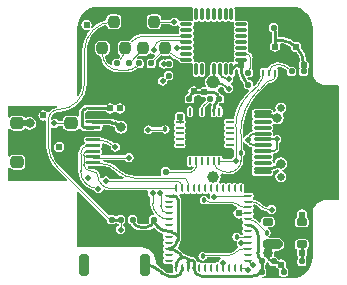
<source format=gtl>
G04*
G04 #@! TF.GenerationSoftware,Altium Limited,Altium Designer,22.0.2 (36)*
G04*
G04 Layer_Physical_Order=1*
G04 Layer_Color=255*
%FSLAX25Y25*%
%MOIN*%
G70*
G04*
G04 #@! TF.SameCoordinates,4AEEF1EB-5C28-47D6-87F3-BA9F17CF17F5*
G04*
G04*
G04 #@! TF.FilePolarity,Positive*
G04*
G01*
G75*
%ADD11C,0.00600*%
%ADD17C,0.01000*%
%ADD18C,0.04000*%
%ADD19R,0.11024X0.10630*%
G04:AMPARAMS|DCode=20|XSize=12mil|YSize=38mil|CornerRadius=3mil|HoleSize=0mil|Usage=FLASHONLY|Rotation=270.000|XOffset=0mil|YOffset=0mil|HoleType=Round|Shape=RoundedRectangle|*
%AMROUNDEDRECTD20*
21,1,0.01200,0.03200,0,0,270.0*
21,1,0.00600,0.03800,0,0,270.0*
1,1,0.00600,-0.01600,-0.00300*
1,1,0.00600,-0.01600,0.00300*
1,1,0.00600,0.01600,0.00300*
1,1,0.00600,0.01600,-0.00300*
%
%ADD20ROUNDEDRECTD20*%
G04:AMPARAMS|DCode=21|XSize=12mil|YSize=38mil|CornerRadius=3mil|HoleSize=0mil|Usage=FLASHONLY|Rotation=0.000|XOffset=0mil|YOffset=0mil|HoleType=Round|Shape=RoundedRectangle|*
%AMROUNDEDRECTD21*
21,1,0.01200,0.03200,0,0,0.0*
21,1,0.00600,0.03800,0,0,0.0*
1,1,0.00600,0.00300,-0.01600*
1,1,0.00600,-0.00300,-0.01600*
1,1,0.00600,-0.00300,0.01600*
1,1,0.00600,0.00300,0.01600*
%
%ADD21ROUNDEDRECTD21*%
G04:AMPARAMS|DCode=22|XSize=160mil|YSize=160mil|CornerRadius=16mil|HoleSize=0mil|Usage=FLASHONLY|Rotation=90.000|XOffset=0mil|YOffset=0mil|HoleType=Round|Shape=RoundedRectangle|*
%AMROUNDEDRECTD22*
21,1,0.16000,0.12800,0,0,90.0*
21,1,0.12800,0.16000,0,0,90.0*
1,1,0.03200,0.06400,0.06400*
1,1,0.03200,0.06400,-0.06400*
1,1,0.03200,-0.06400,-0.06400*
1,1,0.03200,-0.06400,0.06400*
%
%ADD22ROUNDEDRECTD22*%
G04:AMPARAMS|DCode=23|XSize=26.57mil|YSize=9.84mil|CornerRadius=2.46mil|HoleSize=0mil|Usage=FLASHONLY|Rotation=90.000|XOffset=0mil|YOffset=0mil|HoleType=Round|Shape=RoundedRectangle|*
%AMROUNDEDRECTD23*
21,1,0.02657,0.00492,0,0,90.0*
21,1,0.02165,0.00984,0,0,90.0*
1,1,0.00492,0.00246,0.01083*
1,1,0.00492,0.00246,-0.01083*
1,1,0.00492,-0.00246,-0.01083*
1,1,0.00492,-0.00246,0.01083*
%
%ADD23ROUNDEDRECTD23*%
G04:AMPARAMS|DCode=24|XSize=26.57mil|YSize=9.84mil|CornerRadius=2.46mil|HoleSize=0mil|Usage=FLASHONLY|Rotation=180.000|XOffset=0mil|YOffset=0mil|HoleType=Round|Shape=RoundedRectangle|*
%AMROUNDEDRECTD24*
21,1,0.02657,0.00492,0,0,180.0*
21,1,0.02165,0.00984,0,0,180.0*
1,1,0.00492,-0.01083,0.00246*
1,1,0.00492,0.01083,0.00246*
1,1,0.00492,0.01083,-0.00246*
1,1,0.00492,-0.01083,-0.00246*
%
%ADD24ROUNDEDRECTD24*%
%ADD25O,0.02756X0.00984*%
%ADD26O,0.00984X0.02756*%
G04:AMPARAMS|DCode=27|XSize=23.62mil|YSize=35mil|CornerRadius=5.91mil|HoleSize=0mil|Usage=FLASHONLY|Rotation=270.000|XOffset=0mil|YOffset=0mil|HoleType=Round|Shape=RoundedRectangle|*
%AMROUNDEDRECTD27*
21,1,0.02362,0.02319,0,0,270.0*
21,1,0.01181,0.03500,0,0,270.0*
1,1,0.01181,-0.01159,-0.00591*
1,1,0.01181,-0.01159,0.00591*
1,1,0.01181,0.01159,0.00591*
1,1,0.01181,0.01159,-0.00591*
%
%ADD27ROUNDEDRECTD27*%
G04:AMPARAMS|DCode=28|XSize=20mil|YSize=20mil|CornerRadius=5mil|HoleSize=0mil|Usage=FLASHONLY|Rotation=270.000|XOffset=0mil|YOffset=0mil|HoleType=Round|Shape=RoundedRectangle|*
%AMROUNDEDRECTD28*
21,1,0.02000,0.01000,0,0,270.0*
21,1,0.01000,0.02000,0,0,270.0*
1,1,0.01000,-0.00500,-0.00500*
1,1,0.01000,-0.00500,0.00500*
1,1,0.01000,0.00500,0.00500*
1,1,0.01000,0.00500,-0.00500*
%
%ADD28ROUNDEDRECTD28*%
G04:AMPARAMS|DCode=29|XSize=59.06mil|YSize=11.81mil|CornerRadius=2.95mil|HoleSize=0mil|Usage=FLASHONLY|Rotation=180.000|XOffset=0mil|YOffset=0mil|HoleType=Round|Shape=RoundedRectangle|*
%AMROUNDEDRECTD29*
21,1,0.05906,0.00591,0,0,180.0*
21,1,0.05315,0.01181,0,0,180.0*
1,1,0.00591,-0.02657,0.00295*
1,1,0.00591,0.02657,0.00295*
1,1,0.00591,0.02657,-0.00295*
1,1,0.00591,-0.02657,-0.00295*
%
%ADD29ROUNDEDRECTD29*%
G04:AMPARAMS|DCode=30|XSize=44mil|YSize=40mil|CornerRadius=10mil|HoleSize=0mil|Usage=FLASHONLY|Rotation=0.000|XOffset=0mil|YOffset=0mil|HoleType=Round|Shape=RoundedRectangle|*
%AMROUNDEDRECTD30*
21,1,0.04400,0.02000,0,0,0.0*
21,1,0.02400,0.04000,0,0,0.0*
1,1,0.02000,0.01200,-0.01000*
1,1,0.02000,-0.01200,-0.01000*
1,1,0.02000,-0.01200,0.01000*
1,1,0.02000,0.01200,0.01000*
%
%ADD30ROUNDEDRECTD30*%
G04:AMPARAMS|DCode=31|XSize=21.65mil|YSize=9.84mil|CornerRadius=2.46mil|HoleSize=0mil|Usage=FLASHONLY|Rotation=270.000|XOffset=0mil|YOffset=0mil|HoleType=Round|Shape=RoundedRectangle|*
%AMROUNDEDRECTD31*
21,1,0.02165,0.00492,0,0,270.0*
21,1,0.01673,0.00984,0,0,270.0*
1,1,0.00492,-0.00246,-0.00837*
1,1,0.00492,-0.00246,0.00837*
1,1,0.00492,0.00246,0.00837*
1,1,0.00492,0.00246,-0.00837*
%
%ADD31ROUNDEDRECTD31*%
G04:AMPARAMS|DCode=32|XSize=86mil|YSize=50mil|CornerRadius=12.5mil|HoleSize=0mil|Usage=FLASHONLY|Rotation=0.000|XOffset=0mil|YOffset=0mil|HoleType=Round|Shape=RoundedRectangle|*
%AMROUNDEDRECTD32*
21,1,0.08600,0.02500,0,0,0.0*
21,1,0.06100,0.05000,0,0,0.0*
1,1,0.02500,0.03050,-0.01250*
1,1,0.02500,-0.03050,-0.01250*
1,1,0.02500,-0.03050,0.01250*
1,1,0.02500,0.03050,0.01250*
%
%ADD32ROUNDEDRECTD32*%
G04:AMPARAMS|DCode=33|XSize=50mil|YSize=10mil|CornerRadius=2.5mil|HoleSize=0mil|Usage=FLASHONLY|Rotation=180.000|XOffset=0mil|YOffset=0mil|HoleType=Round|Shape=RoundedRectangle|*
%AMROUNDEDRECTD33*
21,1,0.05000,0.00500,0,0,180.0*
21,1,0.04500,0.01000,0,0,180.0*
1,1,0.00500,-0.02250,0.00250*
1,1,0.00500,0.02250,0.00250*
1,1,0.00500,0.02250,-0.00250*
1,1,0.00500,-0.02250,-0.00250*
%
%ADD33ROUNDEDRECTD33*%
G04:AMPARAMS|DCode=34|XSize=20mil|YSize=20mil|CornerRadius=5mil|HoleSize=0mil|Usage=FLASHONLY|Rotation=180.000|XOffset=0mil|YOffset=0mil|HoleType=Round|Shape=RoundedRectangle|*
%AMROUNDEDRECTD34*
21,1,0.02000,0.01000,0,0,180.0*
21,1,0.01000,0.02000,0,0,180.0*
1,1,0.01000,-0.00500,0.00500*
1,1,0.01000,0.00500,0.00500*
1,1,0.01000,0.00500,-0.00500*
1,1,0.01000,-0.00500,-0.00500*
%
%ADD34ROUNDEDRECTD34*%
G04:AMPARAMS|DCode=35|XSize=37.4mil|YSize=39.37mil|CornerRadius=9.35mil|HoleSize=0mil|Usage=FLASHONLY|Rotation=0.000|XOffset=0mil|YOffset=0mil|HoleType=Round|Shape=RoundedRectangle|*
%AMROUNDEDRECTD35*
21,1,0.03740,0.02067,0,0,0.0*
21,1,0.01870,0.03937,0,0,0.0*
1,1,0.01870,0.00935,-0.01034*
1,1,0.01870,-0.00935,-0.01034*
1,1,0.01870,-0.00935,0.01034*
1,1,0.01870,0.00935,0.01034*
%
%ADD35ROUNDEDRECTD35*%
G04:AMPARAMS|DCode=36|XSize=31.5mil|YSize=70.87mil|CornerRadius=7.87mil|HoleSize=0mil|Usage=FLASHONLY|Rotation=180.000|XOffset=0mil|YOffset=0mil|HoleType=Round|Shape=RoundedRectangle|*
%AMROUNDEDRECTD36*
21,1,0.03150,0.05512,0,0,180.0*
21,1,0.01575,0.07087,0,0,180.0*
1,1,0.01575,-0.00787,0.02756*
1,1,0.01575,0.00787,0.02756*
1,1,0.01575,0.00787,-0.02756*
1,1,0.01575,-0.00787,-0.02756*
%
%ADD36ROUNDEDRECTD36*%
%ADD60C,0.00400*%
%ADD61C,0.00400*%
%ADD62C,0.00500*%
%ADD63C,0.01200*%
%ADD64C,0.03200*%
%ADD65C,0.02400*%
%ADD66C,0.02000*%
%ADD67C,0.03937*%
%ADD68O,0.04500X0.04400*%
%ADD69O,0.08268X0.03937*%
%ADD70O,0.06299X0.03937*%
%ADD71C,0.02559*%
%ADD72C,0.02400*%
%ADD73C,0.02000*%
%ADD74C,0.03200*%
%ADD75C,0.01800*%
%ADD76C,0.03400*%
G36*
X34500Y96980D02*
X34500Y96980D01*
X65898D01*
X65930Y96946D01*
X66120Y96480D01*
X66041Y96362D01*
X65979Y96050D01*
Y92850D01*
X66013Y92680D01*
X65946Y92568D01*
X65732Y92354D01*
X65620Y92287D01*
X65450Y92321D01*
X62250D01*
X61938Y92259D01*
X61893Y92229D01*
X61345Y92423D01*
X61313Y92585D01*
X60981Y93081D01*
X60485Y93413D01*
X59900Y93529D01*
X59315Y93413D01*
X58819Y93081D01*
X58573Y92714D01*
X55548D01*
Y93063D01*
X55437Y93622D01*
X55120Y94097D01*
X54645Y94414D01*
X54085Y94526D01*
X52215D01*
X51655Y94414D01*
X51180Y94097D01*
X50863Y93622D01*
X50752Y93063D01*
Y90996D01*
X50863Y90436D01*
X51180Y89961D01*
X51655Y89644D01*
X52215Y89533D01*
X54085D01*
X54645Y89644D01*
X55120Y89961D01*
X55437Y90436D01*
X55548Y90996D01*
Y91286D01*
X58573D01*
X58819Y90919D01*
X59315Y90587D01*
X59900Y90471D01*
X60485Y90587D01*
X60940Y90891D01*
X61023Y90894D01*
X61098Y90877D01*
X61466Y90744D01*
X61496Y90593D01*
X61634Y90221D01*
X61496Y89849D01*
X61434Y89537D01*
Y88937D01*
X61496Y88625D01*
X61577Y88405D01*
X61445Y88076D01*
X61370Y87982D01*
X50223D01*
Y88004D01*
X48791Y87863D01*
X47415Y87445D01*
X46146Y86767D01*
X45410Y86164D01*
X45033Y85854D01*
X45031Y85851D01*
X44633Y85606D01*
X44325Y85668D01*
X42455D01*
X41895Y85556D01*
X41421Y85239D01*
X41103Y84764D01*
X40992Y84204D01*
Y82137D01*
X41103Y81577D01*
X41421Y81103D01*
X41601Y80982D01*
X41741Y80351D01*
X41736Y80337D01*
X41252Y79707D01*
X41237Y79697D01*
X41159Y79618D01*
X41150Y79620D01*
X40150D01*
X39760Y79542D01*
X39429Y79321D01*
X39208Y78990D01*
X39130Y78600D01*
Y77756D01*
X38784Y77530D01*
X38640Y77501D01*
X38001Y77992D01*
X37252Y78969D01*
X36780Y80107D01*
X36724Y80536D01*
X36845Y80674D01*
X37405Y80786D01*
X37879Y81103D01*
X38197Y81577D01*
X38308Y82137D01*
Y84204D01*
X38197Y84764D01*
X37879Y85239D01*
X37405Y85556D01*
X36845Y85668D01*
X34975D01*
X34415Y85556D01*
X33940Y85239D01*
X33623Y84764D01*
X33512Y84204D01*
Y82137D01*
X33623Y81577D01*
X33940Y81103D01*
X34415Y80786D01*
X34975Y80674D01*
X35245D01*
X35298Y80127D01*
X35649Y78972D01*
X36218Y77907D01*
X36984Y76974D01*
X37917Y76208D01*
X38982Y75639D01*
X40137Y75289D01*
X41338Y75170D01*
Y75186D01*
X43889D01*
X44378Y75161D01*
X44378Y75161D01*
X44778Y75214D01*
X44862Y75225D01*
X44874Y75226D01*
X45552Y75316D01*
X46645Y75769D01*
X47199Y76194D01*
X47584Y76489D01*
X47586Y76492D01*
X48050Y76580D01*
X48650D01*
X49040Y76658D01*
X49371Y76879D01*
X49592Y77210D01*
X49670Y77600D01*
Y78600D01*
X49592Y78990D01*
X49371Y79321D01*
X49040Y79542D01*
X48650Y79620D01*
X47650D01*
X47556Y79601D01*
X47310Y80062D01*
X48014Y80766D01*
X48475Y80674D01*
X50345D01*
X50905Y80786D01*
X51380Y81103D01*
X51571Y81389D01*
X51662Y81436D01*
X52104Y81516D01*
X52192Y81503D01*
X52515Y81287D01*
X53100Y81171D01*
X53192Y81189D01*
X53438Y80728D01*
X52329Y79620D01*
X51650D01*
X51260Y79542D01*
X50929Y79321D01*
X50708Y78990D01*
X50630Y78600D01*
Y77600D01*
X50708Y77210D01*
X50929Y76879D01*
X51260Y76658D01*
X51650Y76580D01*
X52650D01*
X53040Y76658D01*
X53371Y76879D01*
X53592Y77210D01*
X53670Y77600D01*
Y78600D01*
X53613Y78884D01*
X55494Y80766D01*
X55955Y80674D01*
X57825D01*
X58318Y80772D01*
X59169Y80074D01*
X60625Y79295D01*
X61444Y79047D01*
X61496Y78782D01*
X61673Y78518D01*
X61938Y78341D01*
X62250Y78279D01*
X65450D01*
X65620Y78313D01*
X65732Y78246D01*
X65946Y78032D01*
X66013Y77920D01*
X65979Y77750D01*
Y74550D01*
X66041Y74238D01*
X66218Y73973D01*
X66482Y73796D01*
X66795Y73734D01*
X67395D01*
X67707Y73796D01*
X68079Y73934D01*
X68451Y73796D01*
X68763Y73734D01*
X69363D01*
X69675Y73796D01*
X69940Y73973D01*
X70117Y74238D01*
X70179Y74550D01*
Y77750D01*
X70117Y78062D01*
X69940Y78327D01*
X69675Y78504D01*
X69363Y78566D01*
X68763D01*
X68451Y78504D01*
X68079Y78366D01*
X67707Y78504D01*
X67395Y78566D01*
X66795D01*
X66625Y78532D01*
X66512Y78599D01*
X66299Y78812D01*
X66232Y78925D01*
X66266Y79094D01*
Y79694D01*
X66204Y80007D01*
X66066Y80379D01*
X66204Y80751D01*
X66266Y81063D01*
Y81663D01*
X66204Y81975D01*
X66027Y82240D01*
Y82455D01*
X66204Y82719D01*
X66266Y83031D01*
Y83631D01*
X66204Y83944D01*
X66066Y84316D01*
X66204Y84688D01*
X66266Y85000D01*
Y85600D01*
X66204Y85912D01*
X66066Y86284D01*
X66204Y86656D01*
X66266Y86968D01*
Y87568D01*
X66204Y87881D01*
X66066Y88253D01*
X66204Y88625D01*
X66266Y88937D01*
Y89537D01*
X66204Y89849D01*
X66066Y90221D01*
X66204Y90593D01*
X66266Y90905D01*
Y91505D01*
X66232Y91675D01*
X66299Y91788D01*
X66512Y92001D01*
X66625Y92068D01*
X66795Y92034D01*
X67395D01*
X67707Y92096D01*
X68079Y92234D01*
X68451Y92096D01*
X68763Y92034D01*
X69363D01*
X69675Y92096D01*
X70047Y92234D01*
X70419Y92096D01*
X70732Y92034D01*
X71332D01*
X71644Y92096D01*
X72016Y92234D01*
X72388Y92096D01*
X72700Y92034D01*
X73300D01*
X73612Y92096D01*
X73984Y92234D01*
X74356Y92096D01*
X74669Y92034D01*
X75269D01*
X75581Y92096D01*
X75953Y92234D01*
X76325Y92096D01*
X76637Y92034D01*
X77237D01*
X77549Y92096D01*
X77921Y92234D01*
X78293Y92096D01*
X78606Y92034D01*
X79206D01*
X79375Y92068D01*
X79488Y92001D01*
X79701Y91788D01*
X79768Y91675D01*
X79734Y91505D01*
Y90905D01*
X79796Y90593D01*
X79934Y90221D01*
X79796Y89849D01*
X79734Y89537D01*
Y88937D01*
X79796Y88625D01*
X79934Y88253D01*
X79796Y87881D01*
X79734Y87568D01*
Y86968D01*
X79796Y86656D01*
X79934Y86284D01*
X79796Y85912D01*
X79734Y85600D01*
Y85000D01*
X79796Y84688D01*
X79934Y84316D01*
X79796Y83944D01*
X79734Y83631D01*
Y83031D01*
X79796Y82719D01*
X79934Y82347D01*
X79796Y81975D01*
X79734Y81663D01*
Y81063D01*
X79796Y80751D01*
X79934Y80379D01*
X79796Y80007D01*
X79734Y79694D01*
Y79094D01*
X79768Y78925D01*
X79701Y78812D01*
X79488Y78599D01*
X79375Y78532D01*
X79206Y78566D01*
X78606D01*
X78293Y78504D01*
X77921Y78366D01*
X77549Y78504D01*
X77237Y78566D01*
X76637D01*
X76325Y78504D01*
X75953Y78366D01*
X75581Y78504D01*
X75269Y78566D01*
X74669D01*
X74356Y78504D01*
X73984Y78366D01*
X73612Y78504D01*
X73300Y78566D01*
X72700D01*
X72388Y78504D01*
X72123Y78327D01*
X71946Y78062D01*
X71884Y77750D01*
Y74550D01*
X71927Y74336D01*
X71488Y74155D01*
X70924Y73722D01*
X70491Y73158D01*
X70219Y72501D01*
X70127Y71796D01*
X70219Y71091D01*
X70365Y70741D01*
X70005Y70302D01*
X69850Y70333D01*
X69187Y70201D01*
X68624Y69826D01*
X68487Y69620D01*
X67797D01*
X67526Y70026D01*
X66963Y70401D01*
X66300Y70533D01*
X65637Y70401D01*
X65074Y70026D01*
X64699Y69463D01*
X64567Y68800D01*
X64637Y68446D01*
X64267Y67964D01*
X64195Y67789D01*
X63960Y67742D01*
X63629Y67521D01*
X63408Y67190D01*
X63330Y66800D01*
Y65800D01*
X63408Y65410D01*
X63629Y65079D01*
X63960Y64858D01*
X64350Y64780D01*
X65350D01*
X65740Y64858D01*
X66071Y65079D01*
X66292Y65410D01*
X66370Y65800D01*
Y66800D01*
X66316Y67070D01*
X66963Y67199D01*
X67526Y67574D01*
X67530Y67580D01*
X68487D01*
X68624Y67374D01*
X69187Y66999D01*
X69850Y66867D01*
X69859Y66868D01*
X70330Y66452D01*
Y65800D01*
X70332Y65791D01*
X69500Y64959D01*
X69500Y64959D01*
X69485Y64974D01*
X68831Y64123D01*
X68743Y63911D01*
X68629Y63888D01*
X68300Y63669D01*
X68081Y63341D01*
X68004Y62954D01*
Y61182D01*
X68081Y60795D01*
X68300Y60467D01*
X68629Y60247D01*
X69016Y60170D01*
X69403Y60247D01*
X69731Y60467D01*
X69950Y60795D01*
X70027Y61182D01*
Y62954D01*
X69991Y63134D01*
X70098Y63392D01*
X70519Y63940D01*
X70509Y63950D01*
X71341Y64782D01*
X71350Y64780D01*
X71962D01*
X72325Y64280D01*
X72059Y63401D01*
X72018Y63341D01*
X71941Y62954D01*
Y62277D01*
X71921Y62068D01*
X71933D01*
X71941Y62027D01*
Y61182D01*
X72018Y60795D01*
X72237Y60467D01*
X72566Y60247D01*
X72953Y60170D01*
X73340Y60247D01*
X73668Y60467D01*
X74206D01*
X74534Y60247D01*
X74921Y60170D01*
X75308Y60247D01*
X75637Y60467D01*
X75856Y60795D01*
X75933Y61182D01*
Y62954D01*
X75856Y63341D01*
X75637Y63669D01*
X75308Y63888D01*
X74950Y63959D01*
X74915Y63973D01*
X74626Y64329D01*
X74611Y64396D01*
X74913Y64780D01*
X75350D01*
X75740Y64858D01*
X76071Y65079D01*
X76292Y65410D01*
X76370Y65800D01*
Y66800D01*
X76292Y67190D01*
X76071Y67521D01*
X75740Y67742D01*
X75505Y67789D01*
X75433Y67964D01*
X74904Y68654D01*
X74491Y68971D01*
X74459Y69052D01*
X74502Y69584D01*
X74876Y69870D01*
X75309Y70434D01*
X75810Y70339D01*
X76504Y69968D01*
X76516Y69958D01*
X76471Y69731D01*
X76587Y69146D01*
X76919Y68650D01*
X77415Y68318D01*
X78000Y68202D01*
X78585Y68318D01*
X79081Y68650D01*
X79413Y69146D01*
X79529Y69731D01*
X79413Y70316D01*
X79081Y70812D01*
X78848Y70968D01*
Y71563D01*
X79081Y71719D01*
X79413Y72215D01*
X79529Y72800D01*
X79413Y73385D01*
X79671Y73899D01*
X79782Y73973D01*
X79959Y74238D01*
X80021Y74550D01*
Y75815D01*
X80605Y76264D01*
X80665Y76256D01*
X81138Y75951D01*
X81233Y74992D01*
X81443Y74298D01*
X81546Y73807D01*
X81645Y73524D01*
X81676Y73451D01*
X81743Y73296D01*
X81759Y73259D01*
X81891Y73012D01*
X82613Y71661D01*
X82980Y71213D01*
Y70500D01*
X83058Y70110D01*
X83279Y69779D01*
X83610Y69558D01*
X84000Y69480D01*
X84564D01*
X84771Y68980D01*
X84432Y68641D01*
X84402Y68641D01*
X84402Y68641D01*
X84074Y68268D01*
X82991Y67032D01*
X81802Y65253D01*
X80856Y63334D01*
X80168Y61308D01*
X79866Y59791D01*
X79541Y59656D01*
X79154Y59733D01*
X77382D01*
X76995Y59656D01*
X76667Y59437D01*
X76447Y59108D01*
X76370Y58721D01*
X76447Y58334D01*
X76667Y58006D01*
Y57468D01*
X76447Y57140D01*
X76370Y56753D01*
X76447Y56366D01*
X76667Y56037D01*
Y55500D01*
X76447Y55171D01*
X76370Y54784D01*
X76447Y54397D01*
X76667Y54069D01*
Y53531D01*
X76447Y53203D01*
X76370Y52816D01*
X76447Y52429D01*
X76667Y52100D01*
Y51562D01*
X76447Y51234D01*
X76370Y50847D01*
X76447Y50460D01*
X76667Y50132D01*
X76995Y49913D01*
X77382Y49836D01*
X79154D01*
X79632Y49421D01*
Y46858D01*
X79219Y46581D01*
X78973Y46214D01*
X75933D01*
Y46418D01*
X75856Y46805D01*
X75637Y47133D01*
X75308Y47353D01*
X74921Y47430D01*
X74534Y47353D01*
X74206Y47133D01*
X73668D01*
X73340Y47353D01*
X72953Y47430D01*
X72566Y47353D01*
X72237Y47133D01*
X71700D01*
X71371Y47353D01*
X70984Y47430D01*
X70597Y47353D01*
X70269Y47133D01*
X69731D01*
X69403Y47353D01*
X69016Y47430D01*
X68629Y47353D01*
X68300Y47133D01*
X67763D01*
X67434Y47353D01*
X67047Y47430D01*
X66660Y47353D01*
X66332Y47133D01*
X65794D01*
X65466Y47353D01*
X65079Y47430D01*
X64692Y47353D01*
X64363Y47133D01*
X64144Y46805D01*
X64067Y46418D01*
Y44646D01*
X64144Y44259D01*
X64363Y43931D01*
X64692Y43712D01*
X65079Y43635D01*
X65466Y43712D01*
X65571Y43782D01*
X66178Y43675D01*
X66295Y43493D01*
X66166Y43108D01*
X66075Y42972D01*
X65811Y42796D01*
X65500Y42734D01*
Y42714D01*
X58477D01*
X58442Y42890D01*
X58221Y43221D01*
X57890Y43442D01*
X57500Y43520D01*
X56500D01*
X56110Y43442D01*
X55779Y43221D01*
X55558Y42890D01*
X55480Y42500D01*
Y41500D01*
X55537Y41214D01*
X55347Y40862D01*
X55221Y40714D01*
X47002D01*
X46512Y40717D01*
D01*
X46032Y40764D01*
X45186Y40848D01*
X43911Y41234D01*
X42737Y41862D01*
X42101Y42384D01*
X41738Y42715D01*
X41728Y42728D01*
X41366Y43025D01*
X40264Y43929D01*
X38594Y44822D01*
X36783Y45371D01*
X36132Y45435D01*
X36037Y45526D01*
X36099Y45779D01*
X36329Y46026D01*
X43447D01*
X43719Y45619D01*
X44215Y45287D01*
X44800Y45171D01*
X45385Y45287D01*
X45881Y45619D01*
X46213Y46115D01*
X46329Y46700D01*
X46213Y47285D01*
X45881Y47781D01*
X45385Y48113D01*
X44800Y48229D01*
X44215Y48113D01*
X43719Y47781D01*
X43499Y47453D01*
X35737D01*
X35649Y47579D01*
X35591Y47956D01*
X35756Y48205D01*
X35815Y48497D01*
Y48997D01*
X35756Y49290D01*
X35591Y49538D01*
Y49925D01*
X35756Y50173D01*
X35815Y50466D01*
Y50966D01*
X35756Y51258D01*
X35731Y51296D01*
X36048Y51722D01*
X37176Y51380D01*
X38519Y50662D01*
X38728Y50490D01*
X38671Y50200D01*
X38787Y49615D01*
X39119Y49119D01*
X39615Y48787D01*
X40200Y48671D01*
X40785Y48787D01*
X41281Y49119D01*
X41613Y49615D01*
X41729Y50200D01*
X41613Y50785D01*
X41281Y51281D01*
X40785Y51613D01*
X40200Y51729D01*
X39640Y51618D01*
X39328Y51874D01*
X37733Y52726D01*
X36002Y53251D01*
X35722Y53279D01*
X35591Y53475D01*
X35343Y53641D01*
X35050Y53699D01*
X30550D01*
X30257Y53641D01*
X30009Y53475D01*
X29844Y53227D01*
X29785Y52934D01*
Y52434D01*
X29844Y52142D01*
X30009Y51894D01*
Y51506D01*
X29844Y51258D01*
X29807Y51072D01*
X29593Y50984D01*
X28880Y50436D01*
X28332Y49723D01*
X27988Y48892D01*
X27871Y48000D01*
X27886D01*
Y42304D01*
X27868D01*
X27996Y41003D01*
X28375Y39753D01*
X28992Y38600D01*
X29821Y37589D01*
X30831Y36760D01*
X31984Y36144D01*
X33119Y35800D01*
X33123Y35783D01*
X33454Y35287D01*
X33950Y34956D01*
X34536Y34839D01*
X35121Y34956D01*
X35617Y35287D01*
X35949Y35783D01*
X35973Y35907D01*
X36428Y36128D01*
X36527Y36130D01*
X37152Y35871D01*
X37877Y35776D01*
Y35786D01*
X50899D01*
X51167Y35286D01*
X51071Y34800D01*
X51187Y34215D01*
X51519Y33719D01*
X51886Y33473D01*
Y31460D01*
X51851D01*
X52045Y29994D01*
X52610Y28627D01*
X53117Y27968D01*
X52895Y27520D01*
X52500D01*
X52110Y27442D01*
X51779Y27221D01*
X51558Y26890D01*
X51480Y26500D01*
Y25500D01*
X51558Y25110D01*
X51604Y25042D01*
X51545Y24955D01*
X51066Y24634D01*
X50500Y24522D01*
Y24520D01*
X48500D01*
Y24522D01*
X47934Y24634D01*
X47455Y24955D01*
X47396Y25042D01*
X47442Y25110D01*
X47520Y25500D01*
Y26500D01*
X47442Y26890D01*
X47221Y27221D01*
X46890Y27442D01*
X46500Y27520D01*
X45500D01*
X45110Y27442D01*
X44779Y27221D01*
X44558Y26890D01*
X44480Y26500D01*
Y25500D01*
X44558Y25110D01*
X44779Y24779D01*
X45110Y24558D01*
X45327Y24515D01*
X45443Y24235D01*
X46004Y23504D01*
X46735Y22943D01*
X47586Y22590D01*
X48500Y22470D01*
Y22480D01*
X50500D01*
Y22470D01*
X51414Y22590D01*
X52265Y22943D01*
X52996Y23504D01*
X53051Y23507D01*
X53855Y22703D01*
X53837Y22686D01*
X54908Y21864D01*
X56031Y21399D01*
X56059Y21366D01*
X56190Y21025D01*
X56211Y20836D01*
X56176Y20784D01*
X56118Y20493D01*
Y20001D01*
X56176Y19710D01*
X56341Y19463D01*
Y19063D01*
X56176Y18816D01*
X56118Y18525D01*
Y18033D01*
X56176Y17742D01*
X56341Y17495D01*
Y17094D01*
X56176Y16847D01*
X56118Y16556D01*
Y16064D01*
X56176Y15773D01*
X56341Y15526D01*
Y15126D01*
X56176Y14879D01*
X56118Y14588D01*
Y14096D01*
X56176Y13805D01*
X56341Y13558D01*
Y13157D01*
X56176Y12910D01*
X56118Y12619D01*
Y12127D01*
X56176Y11836D01*
X56341Y11589D01*
X56588Y11424D01*
X56879Y11366D01*
X58921D01*
X59180Y11180D01*
X59367Y10921D01*
Y10279D01*
X59325Y9962D01*
X59354D01*
X59367Y9897D01*
Y8879D01*
X59398Y8720D01*
X59180Y8335D01*
X59069Y8220D01*
X58100D01*
X58074Y8214D01*
X57285Y8371D01*
X56617Y8818D01*
X56602Y8840D01*
X55842Y9600D01*
X55857Y9614D01*
X54602Y10644D01*
X53701Y11125D01*
Y12417D01*
X53509Y13383D01*
X53132Y14293D01*
X52585Y15112D01*
X51888Y15809D01*
X51069Y16356D01*
X50160Y16733D01*
X49194Y16925D01*
X27520D01*
Y34700D01*
X27537D01*
X27503Y35070D01*
X27484Y35143D01*
Y35218D01*
X27464Y35319D01*
X27824Y35540D01*
X27927Y35563D01*
X37480Y26010D01*
Y25500D01*
X37558Y25110D01*
X37779Y24779D01*
X38110Y24558D01*
X38500Y24480D01*
X39500D01*
X39890Y24558D01*
X40214Y24775D01*
X40224Y24779D01*
X40775D01*
X40786Y24775D01*
X41110Y24558D01*
X41286Y24523D01*
Y24027D01*
X40919Y23781D01*
X40587Y23285D01*
X40471Y22700D01*
X40587Y22115D01*
X40919Y21619D01*
X41415Y21287D01*
X42000Y21171D01*
X42585Y21287D01*
X43081Y21619D01*
X43413Y22115D01*
X43529Y22700D01*
X43413Y23285D01*
X43081Y23781D01*
X42714Y24027D01*
Y24523D01*
X42890Y24558D01*
X43221Y24779D01*
X43442Y25110D01*
X43520Y25500D01*
Y26500D01*
X43442Y26890D01*
X43221Y27221D01*
X42890Y27442D01*
X42500Y27520D01*
X41500D01*
X41110Y27442D01*
X40786Y27225D01*
X40775Y27221D01*
X40224D01*
X40214Y27225D01*
X39890Y27442D01*
X39500Y27520D01*
X38500D01*
X38110Y27442D01*
X38084Y27425D01*
X27659Y37850D01*
X21334Y44176D01*
X21309Y44192D01*
X20172Y45578D01*
X19313Y47185D01*
X18784Y48929D01*
X18608Y50714D01*
X18614Y50742D01*
Y56554D01*
X19114Y56821D01*
X19315Y56687D01*
X19900Y56571D01*
X20485Y56687D01*
X20981Y57019D01*
X21227Y57386D01*
X22771D01*
Y57200D01*
X22887Y56615D01*
X23219Y56119D01*
X23715Y55787D01*
X24300Y55671D01*
X26700D01*
X27285Y55787D01*
X27781Y56119D01*
X27981Y56417D01*
X28538Y56459D01*
X28559Y56451D01*
X28708Y56229D01*
X29429Y55748D01*
X30279Y55579D01*
Y55602D01*
X32800D01*
X32825Y55607D01*
X35050D01*
X35343Y55665D01*
X35591Y55831D01*
X35756Y56079D01*
X35815Y56371D01*
Y56871D01*
X35795Y56968D01*
X36067Y57401D01*
X36154Y57468D01*
X37779D01*
X37823Y57477D01*
X39074Y57312D01*
X39986Y56934D01*
X39959Y56800D01*
X40122Y55981D01*
X40586Y55286D01*
X41281Y54822D01*
X42100Y54659D01*
X42919Y54822D01*
X43614Y55286D01*
X44078Y55981D01*
X44241Y56800D01*
X44078Y57619D01*
X43614Y58314D01*
X42919Y58778D01*
X42100Y58941D01*
X41288Y58780D01*
X40552Y59173D01*
X39193Y59585D01*
X37779Y59725D01*
Y59711D01*
X32800D01*
X32371Y59626D01*
X32339Y59604D01*
X30550D01*
X30120Y60010D01*
Y61300D01*
X30133D01*
X30199Y61632D01*
X30387Y61913D01*
X30668Y62101D01*
X31000Y62167D01*
Y62180D01*
X37070D01*
X37274Y61874D01*
X37837Y61499D01*
X38500Y61367D01*
X39163Y61499D01*
X39726Y61874D01*
X39850Y62060D01*
X40350D01*
X40474Y61874D01*
X41037Y61499D01*
X41700Y61367D01*
X42363Y61499D01*
X42926Y61874D01*
X43301Y62437D01*
X43433Y63100D01*
X43301Y63763D01*
X42926Y64326D01*
X42363Y64701D01*
X41700Y64833D01*
X41037Y64701D01*
X40474Y64326D01*
X40350Y64139D01*
X39850D01*
X39726Y64326D01*
X39163Y64701D01*
X38500Y64833D01*
X37837Y64701D01*
X37274Y64326D01*
X37203Y64220D01*
X31000D01*
Y64225D01*
X30243Y64125D01*
X29537Y63833D01*
X28932Y63368D01*
X28467Y62762D01*
X28175Y62057D01*
X28075Y61300D01*
X28080D01*
Y60666D01*
X27580Y60416D01*
X27285Y60613D01*
X26700Y60729D01*
X24300D01*
X23715Y60613D01*
X23219Y60281D01*
X22887Y59785D01*
X22771Y59200D01*
Y58814D01*
X21227D01*
X20981Y59181D01*
X20485Y59513D01*
X19900Y59629D01*
X19315Y59513D01*
X19144Y59399D01*
X18677Y59689D01*
X18721Y60018D01*
X18998Y60687D01*
X19439Y61261D01*
X20013Y61702D01*
X20682Y61979D01*
X21382Y62071D01*
X21400Y62055D01*
Y62055D01*
X23203Y62233D01*
X24938Y62759D01*
X26536Y63613D01*
X27937Y64763D01*
X29087Y66164D01*
X29941Y67762D01*
X30467Y69497D01*
X30645Y71300D01*
X30614D01*
Y82279D01*
X30609Y82304D01*
X30780Y84044D01*
X31295Y85740D01*
X32131Y87304D01*
X33255Y88674D01*
X34626Y89799D01*
X36189Y90634D01*
X36903Y90851D01*
X37332Y90594D01*
X37363Y90436D01*
X37680Y89961D01*
X38155Y89644D01*
X38715Y89533D01*
X40585D01*
X41145Y89644D01*
X41620Y89961D01*
X41937Y90436D01*
X42048Y90996D01*
Y93063D01*
X41937Y93622D01*
X41620Y94097D01*
X41145Y94414D01*
X40585Y94526D01*
X38715D01*
X38155Y94414D01*
X37680Y94097D01*
X37363Y93622D01*
X37252Y93063D01*
Y92450D01*
X36411Y92248D01*
X34891Y91619D01*
X33489Y90759D01*
X32549Y89957D01*
X32172Y90292D01*
X32201Y90337D01*
X32333Y91000D01*
X32201Y91663D01*
X31826Y92226D01*
X31263Y92601D01*
X30600Y92733D01*
X29937Y92601D01*
X29374Y92226D01*
X28999Y91663D01*
X28867Y91000D01*
X28999Y90337D01*
X29374Y89774D01*
X29937Y89399D01*
X30600Y89267D01*
X31263Y89399D01*
X31420Y89503D01*
X31755Y89126D01*
X31170Y88441D01*
X30310Y87038D01*
X29681Y85518D01*
X29297Y83919D01*
X29168Y82279D01*
X29186D01*
Y71300D01*
X29187Y71296D01*
X29038Y69781D01*
X28595Y68320D01*
X28041Y67283D01*
X27917Y67260D01*
X27817Y67299D01*
X27484Y67682D01*
Y67757D01*
X27503Y67830D01*
X27537Y68200D01*
X27520Y68201D01*
X27502Y89911D01*
X27520Y90000D01*
X27520D01*
X27517Y90003D01*
X27647Y91330D01*
X27660Y91393D01*
X28039Y92642D01*
X28063Y92701D01*
X28678Y93851D01*
X28714Y93905D01*
X29541Y94913D01*
X29587Y94959D01*
X30595Y95786D01*
X30649Y95822D01*
X31799Y96437D01*
X31859Y96461D01*
X33107Y96840D01*
X33170Y96853D01*
X34468Y96980D01*
X34500D01*
D02*
G37*
G36*
X100330Y96853D02*
X100393Y96840D01*
X101641Y96461D01*
X101701Y96437D01*
X102851Y95822D01*
X102905Y95786D01*
X103913Y94959D01*
X103959Y94913D01*
X104786Y93905D01*
X104822Y93851D01*
X105437Y92701D01*
X105461Y92642D01*
X105840Y91393D01*
X105853Y91330D01*
X105981Y90032D01*
Y90000D01*
X105980Y90000D01*
Y75298D01*
X105971Y75250D01*
X105954D01*
X105987Y74911D01*
X106006Y74822D01*
Y74732D01*
X106053Y74497D01*
X106100Y74138D01*
X106185Y73933D01*
X106189Y73914D01*
X106433Y73323D01*
X106444Y73307D01*
X106529Y73102D01*
X106750Y72814D01*
X106883Y72616D01*
X106954Y72545D01*
X107009Y72461D01*
X107059Y72412D01*
X107212Y72212D01*
X107412Y72058D01*
X107461Y72009D01*
X107545Y71954D01*
X107616Y71883D01*
X107814Y71750D01*
X108102Y71529D01*
X108307Y71444D01*
X108323Y71433D01*
X108914Y71189D01*
X108933Y71185D01*
X109138Y71100D01*
X109497Y71053D01*
X109732Y71006D01*
X109807D01*
X109880Y70988D01*
X110250Y70954D01*
Y70954D01*
X110252Y70971D01*
X114327Y70978D01*
X114680Y70625D01*
Y32520D01*
X110300D01*
Y32537D01*
X109931Y32503D01*
X109857Y32484D01*
X109782D01*
X109548Y32438D01*
X109188Y32390D01*
X108983Y32305D01*
X108964Y32302D01*
X108373Y32057D01*
X108357Y32046D01*
X108152Y31961D01*
X107864Y31740D01*
X107666Y31608D01*
X107595Y31537D01*
X107511Y31481D01*
X107462Y31432D01*
X107262Y31278D01*
X107108Y31078D01*
X107059Y31029D01*
X107004Y30946D01*
X106933Y30875D01*
X106800Y30676D01*
X106579Y30389D01*
X106494Y30184D01*
X106483Y30167D01*
X106239Y29577D01*
X106235Y29557D01*
X106150Y29352D01*
X106103Y28993D01*
X106056Y28759D01*
Y28683D01*
X106038Y28610D01*
X106033Y28502D01*
X105980Y28240D01*
Y13500D01*
X105981Y13500D01*
Y13468D01*
X105853Y12170D01*
X105840Y12107D01*
X105461Y10859D01*
X105437Y10799D01*
X104822Y9649D01*
X104786Y9595D01*
X103959Y8587D01*
X103913Y8541D01*
X102905Y7714D01*
X102851Y7678D01*
X101701Y7063D01*
X101642Y7039D01*
X100393Y6660D01*
X100330Y6647D01*
X99488Y6565D01*
X99000Y6520D01*
X99000Y6520D01*
X98513Y6520D01*
X89328D01*
X89085Y7020D01*
X89133Y7080D01*
X89500D01*
X89890Y7158D01*
X90221Y7379D01*
X90442Y7710D01*
X90520Y8100D01*
Y9100D01*
X90442Y9490D01*
X90221Y9821D01*
X90020Y9956D01*
Y10745D01*
X90221Y10879D01*
X90442Y11210D01*
X90520Y11600D01*
Y11632D01*
X91020Y11840D01*
X91490Y11479D01*
X91506Y11472D01*
X91558Y11210D01*
X91779Y10879D01*
X92110Y10658D01*
X92500Y10580D01*
X93500D01*
X93759Y10632D01*
X93807Y10393D01*
X94182Y9831D01*
X94745Y9455D01*
X94847Y9435D01*
X94780Y9100D01*
Y8100D01*
X94858Y7710D01*
X95079Y7379D01*
X95410Y7158D01*
X95800Y7080D01*
X96800D01*
X97190Y7158D01*
X97521Y7379D01*
X97742Y7710D01*
X97820Y8100D01*
Y9100D01*
X97742Y9490D01*
X97521Y9821D01*
X97259Y9996D01*
X97142Y10182D01*
X97031Y10503D01*
X97141Y11056D01*
X97009Y11720D01*
X96634Y12282D01*
X96071Y12658D01*
X95408Y12790D01*
X94911Y12691D01*
X94449Y12956D01*
X94442Y12990D01*
X94221Y13321D01*
X93890Y13542D01*
X93500Y13620D01*
X93307D01*
X93240Y13746D01*
X93092Y14120D01*
X93249Y14907D01*
X93176Y15272D01*
X93493Y15659D01*
X94300D01*
X95119Y15822D01*
X95814Y16286D01*
X96278Y16981D01*
X96441Y17800D01*
X96278Y18619D01*
X95814Y19314D01*
X95119Y19778D01*
X94300Y19941D01*
X91319D01*
X91293Y20008D01*
X91236Y20441D01*
X91609Y20691D01*
X91919Y21154D01*
X92027Y21700D01*
X91919Y22246D01*
X91609Y22709D01*
X91146Y23019D01*
X91051Y23038D01*
X91100Y23538D01*
X92165D01*
X92590Y23622D01*
X92951Y23863D01*
X93192Y24224D01*
X93277Y24650D01*
Y25831D01*
X93192Y26256D01*
X92951Y26617D01*
X92590Y26858D01*
X92165Y26943D01*
X89846D01*
X89421Y26858D01*
X89060Y26617D01*
X88819Y26256D01*
X88734Y25831D01*
Y25282D01*
X88234Y25075D01*
X87860Y25449D01*
X87880Y25469D01*
X86872Y26242D01*
X86263Y26495D01*
X86224Y26690D01*
X86059Y26937D01*
Y27337D01*
X86224Y27584D01*
X86282Y27875D01*
Y28367D01*
X86224Y28658D01*
X86059Y28905D01*
Y29306D01*
X86224Y29553D01*
X86282Y29844D01*
Y30336D01*
X86224Y30627D01*
X86156Y30728D01*
X86180Y30792D01*
X86532Y31128D01*
X87280Y30818D01*
X87701Y30495D01*
X88069Y30178D01*
X88069Y30178D01*
X89146Y29352D01*
X90399Y28833D01*
X90921Y28764D01*
X91219Y28319D01*
X91715Y27987D01*
X92300Y27871D01*
X92885Y27987D01*
X93381Y28319D01*
X93713Y28815D01*
X93829Y29400D01*
X93713Y29985D01*
X93381Y30481D01*
X92885Y30813D01*
X92300Y30929D01*
X91715Y30813D01*
X91219Y30481D01*
X91038Y30211D01*
X90778Y30245D01*
X89877Y30618D01*
X89492Y30914D01*
X89123Y31232D01*
X89123D01*
X88011Y32085D01*
X86716Y32621D01*
X86157Y32695D01*
X86059Y32842D01*
Y33243D01*
X86224Y33490D01*
X86282Y33781D01*
Y34273D01*
X86224Y34564D01*
X86059Y34811D01*
X85812Y34976D01*
X85521Y35034D01*
X83479D01*
X83220Y35221D01*
X83034Y35479D01*
Y37521D01*
X82976Y37812D01*
X82811Y38059D01*
X82564Y38224D01*
X82273Y38282D01*
X81781D01*
X81490Y38224D01*
X81243Y38059D01*
X80842D01*
X80595Y38224D01*
X80304Y38282D01*
X79812D01*
X79521Y38224D01*
X79274Y38059D01*
X78874D01*
X78627Y38224D01*
X78336Y38282D01*
X77844D01*
X77553Y38224D01*
X77306Y38059D01*
X76905D01*
X76658Y38224D01*
X76367Y38282D01*
X75875D01*
X75584Y38224D01*
X75376Y38084D01*
X75072Y38138D01*
X74774Y38582D01*
X74802Y38704D01*
X75225Y39337D01*
X75417Y40300D01*
X75260Y41087D01*
X75643Y41470D01*
X75724Y41436D01*
X76620Y41318D01*
X77105Y41254D01*
X77107Y41254D01*
X77607Y41286D01*
X78375D01*
Y41262D01*
X79522Y41413D01*
X80590Y41856D01*
X81508Y42560D01*
X82212Y43478D01*
X82655Y44546D01*
X82806Y45693D01*
X82782D01*
Y47239D01*
X83009Y47391D01*
X83319Y47854D01*
X83427Y48400D01*
X83319Y48946D01*
X83009Y49409D01*
X82659Y49643D01*
Y51897D01*
X83159Y52006D01*
X83419Y51619D01*
X83915Y51287D01*
X84190Y51232D01*
X84505Y50821D01*
X85056Y50399D01*
X85697Y50134D01*
X85765Y50125D01*
X85871Y49971D01*
X85994Y49636D01*
X85872Y49453D01*
X85810Y49143D01*
Y48552D01*
X85872Y48242D01*
X86048Y47979D01*
Y47747D01*
X85872Y47484D01*
X85810Y47174D01*
Y46584D01*
X85872Y46273D01*
X86048Y46010D01*
Y45779D01*
X85872Y45516D01*
X85810Y45206D01*
Y44615D01*
X85872Y44305D01*
X86048Y44042D01*
Y43810D01*
X85872Y43547D01*
X85810Y43237D01*
Y42646D01*
X85869Y42351D01*
X85810Y42056D01*
Y41465D01*
X85872Y41155D01*
X86048Y40892D01*
X86311Y40716D01*
X86621Y40655D01*
X91936D01*
X92247Y40716D01*
X92510Y40892D01*
X92685Y41155D01*
X92747Y41465D01*
Y42056D01*
X92737Y42107D01*
X93848Y42443D01*
X94442Y42761D01*
X94746Y42628D01*
X94689Y42107D01*
X94647Y42098D01*
X94059Y41705D01*
X93665Y41116D01*
X93527Y40422D01*
X93665Y39728D01*
X94059Y39139D01*
X94647Y38746D01*
X95342Y38608D01*
X96036Y38746D01*
X96625Y39139D01*
X97018Y39728D01*
X97156Y40422D01*
X97018Y41116D01*
X96625Y41705D01*
X96036Y42098D01*
X95842Y42137D01*
Y42647D01*
X96219Y42722D01*
X96914Y43186D01*
X97378Y43881D01*
X97541Y44700D01*
X97378Y45519D01*
X96914Y46214D01*
X96219Y46678D01*
X95400Y46841D01*
X94581Y46678D01*
X93886Y46214D01*
X93422Y45519D01*
X93310Y44955D01*
X93247Y44932D01*
X92829Y45161D01*
X92733Y45276D01*
X92685Y45516D01*
X92510Y45779D01*
Y46010D01*
X92685Y46273D01*
X92747Y46584D01*
Y47174D01*
X92685Y47484D01*
X92612Y47593D01*
X92806Y48052D01*
X93200Y48119D01*
Y48119D01*
X93818Y48242D01*
X94342Y48592D01*
X94692Y49116D01*
X94815Y49734D01*
X94799D01*
Y51546D01*
X95116Y51757D01*
X95447Y52254D01*
X95564Y52839D01*
X95447Y53424D01*
X95116Y53920D01*
X94619Y54252D01*
X94034Y54368D01*
X93449Y54252D01*
X93180Y54072D01*
X92730Y54373D01*
X92747Y54457D01*
Y55048D01*
X92685Y55358D01*
X92510Y55621D01*
Y55853D01*
X92685Y56116D01*
X92747Y56426D01*
Y57016D01*
X92685Y57327D01*
X92681Y57334D01*
X92550Y57705D01*
X92615Y57891D01*
X93143Y58081D01*
X93381Y57922D01*
X94200Y57759D01*
X95019Y57922D01*
X95714Y58386D01*
X96178Y59081D01*
X96341Y59900D01*
X96178Y60719D01*
X96001Y60985D01*
X96009Y61105D01*
X96189Y61604D01*
X96625Y61895D01*
X97018Y62484D01*
X97156Y63178D01*
X97018Y63872D01*
X96625Y64461D01*
X96036Y64854D01*
X95342Y64992D01*
X94647Y64854D01*
X94059Y64461D01*
X93665Y63872D01*
X93527Y63178D01*
X93665Y62484D01*
X93451Y62010D01*
X93188Y61913D01*
X93072Y61971D01*
X92738Y62182D01*
X92685Y62445D01*
X92510Y62708D01*
X92247Y62884D01*
X91936Y62945D01*
X86621D01*
X86311Y62884D01*
X86048Y62708D01*
X85872Y62445D01*
X85810Y62135D01*
Y61544D01*
X85869Y61249D01*
X85810Y60953D01*
Y60363D01*
X85872Y60053D01*
X86048Y59790D01*
Y59558D01*
X85872Y59295D01*
X85810Y58985D01*
Y58394D01*
X85872Y58084D01*
X85877Y58077D01*
X86007Y57705D01*
X85877Y57334D01*
X85872Y57327D01*
X85810Y57016D01*
Y56426D01*
X85872Y56116D01*
X86016Y55900D01*
X85913Y55622D01*
X85795Y55420D01*
X85139Y55148D01*
X84554Y54699D01*
X84138Y54157D01*
X83915Y54113D01*
X83419Y53781D01*
X83159Y53394D01*
X82659Y53503D01*
Y54663D01*
X82659Y54665D01*
X82659Y54666D01*
X82659Y54669D01*
X82658Y54676D01*
X82653Y54757D01*
X82824Y57369D01*
X83334Y59936D01*
X84176Y62415D01*
X85334Y64763D01*
X86788Y66939D01*
X88192Y68541D01*
X88521Y68905D01*
X88521Y68905D01*
X88874Y69258D01*
X90918Y71303D01*
X90920Y71303D01*
X90926Y71297D01*
X90927Y71299D01*
X91392Y71610D01*
X91921Y71715D01*
X91941Y71698D01*
Y71698D01*
X92810Y71871D01*
X93547Y72363D01*
X94039Y73099D01*
X94147Y73642D01*
X94252Y73712D01*
X94417Y73959D01*
X94475Y74250D01*
Y75923D01*
X94417Y76214D01*
X94252Y76461D01*
X94455Y76927D01*
X94594Y77045D01*
X95585Y76915D01*
X96863Y76385D01*
X97480Y75911D01*
Y75000D01*
X97558Y74610D01*
X97779Y74279D01*
X98110Y74058D01*
X98500Y73980D01*
X99500D01*
X99890Y74058D01*
X100221Y74279D01*
X100442Y74610D01*
X100520Y75000D01*
Y76000D01*
X100442Y76390D01*
X100221Y76721D01*
X99890Y76942D01*
X99500Y77020D01*
X98500D01*
X98432Y77006D01*
X97956Y77397D01*
X96791Y78020D01*
X95527Y78403D01*
X94213Y78532D01*
Y78529D01*
X93322Y78412D01*
X92492Y78068D01*
X91779Y77521D01*
X91232Y76808D01*
X91174Y76668D01*
X90963Y76626D01*
X90716Y76461D01*
X90315D01*
X90069Y76626D01*
X89778Y76684D01*
X89285D01*
X88994Y76626D01*
X88748Y76461D01*
X88583Y76214D01*
X88525Y75923D01*
Y74250D01*
X88583Y73959D01*
X88660Y73843D01*
X88655Y73798D01*
X88157Y72597D01*
X87379Y71583D01*
X87363Y71572D01*
X86520Y70729D01*
X86020Y70936D01*
Y71500D01*
X85942Y71890D01*
X85721Y72221D01*
X85390Y72442D01*
X85000Y72520D01*
X84560D01*
X84325Y72806D01*
X84232Y72980D01*
X84532Y73480D01*
X85000D01*
X85390Y73558D01*
X85721Y73779D01*
X85942Y74110D01*
X86020Y74500D01*
Y75500D01*
X85942Y75890D01*
X85841Y76041D01*
X85927Y76690D01*
X85914D01*
Y80000D01*
X85940D01*
X85780Y80805D01*
X85324Y81487D01*
X85133Y81615D01*
X84642Y81943D01*
X84625Y81947D01*
X84393Y82420D01*
X84504Y82719D01*
X84566Y83031D01*
Y83631D01*
X84504Y83944D01*
X84366Y84316D01*
X84504Y84688D01*
X84566Y85000D01*
Y85600D01*
X84504Y85912D01*
X84366Y86284D01*
X84504Y86656D01*
X84566Y86968D01*
Y87568D01*
X84504Y87881D01*
X84366Y88253D01*
X84504Y88625D01*
X84566Y88937D01*
Y89537D01*
X84504Y89849D01*
X84366Y90221D01*
X84504Y90593D01*
X84566Y90905D01*
Y91505D01*
X84504Y91818D01*
X84327Y92082D01*
X84062Y92259D01*
X83750Y92321D01*
X80550D01*
X80380Y92287D01*
X80268Y92354D01*
X80054Y92568D01*
X79987Y92680D01*
X80021Y92850D01*
Y96050D01*
X79959Y96362D01*
X79880Y96480D01*
X80070Y96946D01*
X80102Y96980D01*
X99000D01*
X99000Y96981D01*
X99032D01*
X100330Y96853D01*
D02*
G37*
G36*
X20841Y63463D02*
X20304Y63392D01*
X19282Y62969D01*
X18405Y62296D01*
X18031Y61808D01*
X17531Y61824D01*
X17426Y61982D01*
X16863Y62357D01*
X16200Y62489D01*
X15537Y62357D01*
X14974Y61982D01*
X14599Y61419D01*
X14467Y60756D01*
X14599Y60093D01*
X14974Y59530D01*
X15537Y59155D01*
X16200Y59023D01*
X16686Y59119D01*
X17108Y58863D01*
X17186Y58769D01*
Y50742D01*
X17167D01*
X17299Y49063D01*
X17692Y47425D01*
X18337Y45869D01*
X19217Y44433D01*
X20311Y43153D01*
X20324Y43166D01*
X24104Y39387D01*
X24080Y39284D01*
X23860Y38924D01*
X23759Y38944D01*
X23683D01*
X23610Y38962D01*
X23502Y38967D01*
X23240Y39020D01*
X4520D01*
Y43265D01*
X5020Y43416D01*
X5219Y43119D01*
X5715Y42787D01*
X6300Y42671D01*
X8700D01*
X9285Y42787D01*
X9781Y43119D01*
X10113Y43615D01*
X10229Y44200D01*
Y46200D01*
X10113Y46785D01*
X9781Y47281D01*
X9285Y47613D01*
X8700Y47729D01*
X6300D01*
X5715Y47613D01*
X5219Y47281D01*
X5020Y46984D01*
X4520Y47135D01*
Y56265D01*
X5020Y56416D01*
X5219Y56119D01*
X5715Y55787D01*
X6300Y55671D01*
X8700D01*
X9285Y55787D01*
X9781Y56119D01*
X9902Y56299D01*
X10549Y56443D01*
X10553Y56441D01*
X10881Y56222D01*
X11700Y56059D01*
X12519Y56222D01*
X13214Y56686D01*
X13678Y57381D01*
X13841Y58200D01*
X13678Y59019D01*
X13214Y59714D01*
X12519Y60178D01*
X11700Y60341D01*
X10881Y60178D01*
X10553Y59959D01*
X10549Y59957D01*
X9902Y60101D01*
X9781Y60281D01*
X9285Y60613D01*
X8700Y60729D01*
X6300D01*
X5715Y60613D01*
X5219Y60281D01*
X5020Y59984D01*
X4520Y60135D01*
Y63963D01*
X20808D01*
X20841Y63463D01*
D02*
G37*
G36*
X36498Y43942D02*
X38037Y43475D01*
X39455Y42717D01*
X40328Y42001D01*
X40689Y41667D01*
X40689Y41667D01*
X41927Y40651D01*
X42932Y40114D01*
X42807Y39614D01*
X38427D01*
X38181Y39981D01*
X37685Y40313D01*
X37100Y40429D01*
X36515Y40313D01*
X36019Y39981D01*
X35423Y39924D01*
X35253Y40129D01*
X35158Y40852D01*
X34879Y41526D01*
X34435Y42105D01*
X33856Y42549D01*
X33182Y42829D01*
X32458Y42924D01*
X32458Y42924D01*
X31966Y42942D01*
X31445Y43046D01*
X31122Y43329D01*
X31261Y43795D01*
X35050D01*
X35343Y43854D01*
X35591Y44019D01*
X35598Y44031D01*
X36498Y43942D01*
D02*
G37*
G36*
X71647Y34653D02*
X71754Y34122D01*
X71671Y33700D01*
X71730Y33403D01*
X71338Y32956D01*
X71151Y32983D01*
X71119Y33146D01*
X70809Y33609D01*
X70346Y33919D01*
X69800Y34027D01*
X69254Y33919D01*
X68791Y33609D01*
X68481Y33146D01*
X68373Y32600D01*
X68481Y32054D01*
X68791Y31591D01*
X69254Y31281D01*
X69800Y31173D01*
X70346Y31281D01*
X70474Y31366D01*
X70683Y31280D01*
X71490Y31173D01*
X71490Y31173D01*
Y31186D01*
X71490Y31186D01*
X79174D01*
Y31179D01*
X79754Y31064D01*
X79848Y31001D01*
X80233Y30721D01*
X80233Y30722D01*
X80826Y30266D01*
X80702Y29731D01*
X80658Y29723D01*
X80096Y29347D01*
X79720Y28785D01*
X79588Y28121D01*
X79720Y27458D01*
X80096Y26896D01*
X80658Y26520D01*
X81321Y26388D01*
X81985Y26520D01*
X82128Y26616D01*
X82420Y26480D01*
X82595Y26326D01*
Y25907D01*
X82653Y25616D01*
X82818Y25369D01*
Y24968D01*
X82653Y24721D01*
X82595Y24430D01*
Y23938D01*
X82653Y23647D01*
X82818Y23400D01*
Y23000D01*
X82653Y22753D01*
X82595Y22462D01*
Y21970D01*
X82653Y21679D01*
X82809Y21445D01*
X82788Y21361D01*
X82622Y20961D01*
X81807D01*
X81609Y21257D01*
X81146Y21566D01*
X80600Y21675D01*
X80054Y21566D01*
X79591Y21257D01*
X79281Y20794D01*
X79173Y20247D01*
X79281Y19701D01*
X79591Y19238D01*
X80054Y18928D01*
X80600Y18820D01*
X80745Y18675D01*
X80671Y18300D01*
X80787Y17715D01*
X81119Y17219D01*
X81230Y17144D01*
X81174Y16580D01*
X80946Y16485D01*
X80080Y15820D01*
Y15820D01*
X80079Y15804D01*
X79445Y15318D01*
X78697Y15008D01*
X77893Y14902D01*
Y14892D01*
X70214D01*
Y14918D01*
X70162Y14908D01*
X69846Y15119D01*
X69300Y15227D01*
X68754Y15119D01*
X68291Y14809D01*
X67981Y14346D01*
X67873Y13800D01*
X67981Y13254D01*
X68291Y12791D01*
X68754Y12481D01*
X69300Y12373D01*
X69846Y12481D01*
X70309Y12791D01*
X70619Y13254D01*
X70661Y13465D01*
X75115D01*
X75267Y12965D01*
X75008Y12792D01*
X74676Y12296D01*
X74572Y11771D01*
X74399Y11805D01*
X73907D01*
X73616Y11747D01*
X73369Y11582D01*
X72968D01*
X72721Y11747D01*
X72430Y11805D01*
X71938D01*
X71647Y11747D01*
X71400Y11582D01*
X71000D01*
X70753Y11747D01*
X70462Y11805D01*
X69970D01*
X69679Y11747D01*
X69432Y11582D01*
X69031D01*
X68784Y11747D01*
X68493Y11805D01*
X68001D01*
X67798Y11765D01*
X67627Y11855D01*
X67304Y12221D01*
X67204Y12720D01*
X66922Y13143D01*
X66499Y13426D01*
X66000Y13525D01*
Y13520D01*
X65362D01*
X64812Y13942D01*
X63738Y14386D01*
X62983Y14486D01*
X62942Y14690D01*
X62721Y15021D01*
X62145Y15597D01*
X62145Y15597D01*
X62151Y15604D01*
X61253Y16340D01*
X61233Y16351D01*
X61127Y16840D01*
X61489Y17312D01*
X61896Y18294D01*
X62035Y19348D01*
X62020D01*
Y20424D01*
Y32800D01*
X62044D01*
X61871Y33669D01*
X61462Y34280D01*
X61777Y34623D01*
X61816Y34650D01*
X62096Y34595D01*
X62588D01*
X62879Y34653D01*
X63126Y34818D01*
X63526D01*
X63773Y34653D01*
X64064Y34595D01*
X64556D01*
X64847Y34653D01*
X65094Y34818D01*
X65495D01*
X65742Y34653D01*
X66033Y34595D01*
X66525D01*
X66816Y34653D01*
X67063Y34818D01*
X67463D01*
X67710Y34653D01*
X68001Y34595D01*
X68493D01*
X68784Y34653D01*
X69031Y34818D01*
X69432D01*
X69679Y34653D01*
X69970Y34595D01*
X70462D01*
X70753Y34653D01*
X71000Y34818D01*
X71400D01*
X71647Y34653D01*
D02*
G37*
%LPC*%
G36*
X58500Y79520D02*
X57500D01*
X57110Y79442D01*
X56901Y79303D01*
X56885Y79313D01*
X56300Y79429D01*
X55715Y79313D01*
X55219Y78981D01*
X54887Y78485D01*
X54771Y77900D01*
X54887Y77315D01*
X55219Y76819D01*
X55715Y76487D01*
X56300Y76371D01*
X56885Y76487D01*
X57051Y76597D01*
X57110Y76558D01*
X57500Y76480D01*
X58500D01*
X58890Y76558D01*
X59221Y76779D01*
X59442Y77110D01*
X59520Y77500D01*
Y78500D01*
X59442Y78890D01*
X59221Y79221D01*
X58890Y79442D01*
X58500Y79520D01*
D02*
G37*
G36*
Y75520D02*
X57500D01*
X57110Y75442D01*
X56779Y75221D01*
X56558Y74890D01*
X56480Y74500D01*
Y74028D01*
X56094Y73711D01*
X56000Y73729D01*
X55415Y73613D01*
X54919Y73281D01*
X54587Y72785D01*
X54471Y72200D01*
X54587Y71615D01*
X54919Y71119D01*
X55415Y70787D01*
X56000Y70671D01*
X56585Y70787D01*
X57081Y71119D01*
X57413Y71615D01*
X57529Y72200D01*
X57983Y72480D01*
X58500D01*
X58890Y72558D01*
X59221Y72779D01*
X59442Y73110D01*
X59520Y73500D01*
Y74500D01*
X59442Y74890D01*
X59221Y75221D01*
X58890Y75442D01*
X58500Y75520D01*
D02*
G37*
G36*
X65079Y63965D02*
X64692Y63888D01*
X64363Y63669D01*
X64144Y63341D01*
X64067Y62954D01*
Y61182D01*
X64144Y60795D01*
X64363Y60467D01*
X64692Y60247D01*
X65079Y60170D01*
X65466Y60247D01*
X65794Y60467D01*
X66013Y60795D01*
X66090Y61182D01*
Y62954D01*
X66013Y63341D01*
X65794Y63669D01*
X65466Y63888D01*
X65079Y63965D01*
D02*
G37*
G36*
X51200Y57529D02*
X50615Y57413D01*
X50119Y57081D01*
X49787Y56585D01*
X49671Y56000D01*
X49787Y55415D01*
X50119Y54919D01*
X50615Y54587D01*
X51200Y54471D01*
X51785Y54587D01*
X52281Y54919D01*
X52561Y55336D01*
X55726D01*
X55891Y55091D01*
X56354Y54781D01*
X56900Y54673D01*
X57446Y54781D01*
X57909Y55091D01*
X58219Y55554D01*
X58327Y56100D01*
X58219Y56646D01*
X57909Y57109D01*
X57446Y57419D01*
X56900Y57527D01*
X56354Y57419D01*
X55891Y57109D01*
X55660Y56764D01*
X52494D01*
X52281Y57081D01*
X51785Y57413D01*
X51200Y57529D01*
D02*
G37*
G36*
X61800Y62033D02*
X61137Y61901D01*
X60574Y61526D01*
X60199Y60963D01*
X60067Y60300D01*
X60199Y59637D01*
X60270Y59530D01*
X60131Y59437D01*
X59912Y59108D01*
X59835Y58721D01*
X59912Y58334D01*
X60131Y58006D01*
Y57468D01*
X59912Y57140D01*
X59835Y56753D01*
X59912Y56366D01*
X60131Y56037D01*
Y55500D01*
X59912Y55171D01*
X59835Y54784D01*
X59912Y54397D01*
X60131Y54069D01*
Y53531D01*
X59912Y53203D01*
X59835Y52816D01*
X59912Y52429D01*
X60131Y52100D01*
Y51562D01*
X59912Y51234D01*
X59835Y50847D01*
X59912Y50460D01*
X60131Y50132D01*
X60459Y49913D01*
X60847Y49836D01*
X62618D01*
X63005Y49913D01*
X63333Y50132D01*
X63553Y50460D01*
X63630Y50847D01*
X63553Y51234D01*
X63333Y51562D01*
Y52100D01*
X63553Y52429D01*
X63630Y52816D01*
X63553Y53203D01*
X63333Y53531D01*
Y54069D01*
X63553Y54397D01*
X63630Y54784D01*
X63553Y55171D01*
X63333Y55500D01*
Y56037D01*
X63553Y56366D01*
X63630Y56753D01*
X63553Y57140D01*
X63333Y57468D01*
Y58006D01*
X63553Y58334D01*
X63630Y58721D01*
X63553Y59108D01*
X63333Y59437D01*
X63288Y59467D01*
X63401Y59637D01*
X63533Y60300D01*
X63401Y60963D01*
X63026Y61526D01*
X62463Y61901D01*
X61800Y62033D01*
D02*
G37*
G36*
X21500Y51983D02*
X20837Y51851D01*
X20274Y51476D01*
X19899Y50913D01*
X19767Y50250D01*
X19899Y49587D01*
X20274Y49024D01*
X20837Y48649D01*
X21500Y48517D01*
X22163Y48649D01*
X22726Y49024D01*
X23101Y49587D01*
X23233Y50250D01*
X23101Y50913D01*
X22726Y51476D01*
X22163Y51851D01*
X21500Y51983D01*
D02*
G37*
G36*
X93500Y91520D02*
X92500D01*
X92110Y91442D01*
X91779Y91221D01*
X91558Y90890D01*
X91480Y90500D01*
Y89500D01*
X91558Y89110D01*
X91779Y88779D01*
X92110Y88558D01*
X92449Y88491D01*
Y85945D01*
X92441Y85905D01*
Y85104D01*
X92174Y84926D01*
X91799Y84363D01*
X91667Y83700D01*
X91799Y83037D01*
X92174Y82474D01*
X92737Y82099D01*
X93400Y81967D01*
X94063Y82099D01*
X94626Y82474D01*
X95001Y83037D01*
X95133Y83700D01*
X95001Y84363D01*
X94993Y84375D01*
X95278Y84850D01*
X96191Y84760D01*
X97541Y84350D01*
X98786Y83685D01*
X98804Y83670D01*
X98786Y83582D01*
X98918Y82918D01*
X99294Y82356D01*
X99856Y81980D01*
X100519Y81849D01*
X100631Y81871D01*
X100772Y81699D01*
X101437Y80455D01*
X101846Y79104D01*
X101858Y78982D01*
X101774Y78926D01*
X101399Y78363D01*
X101267Y77700D01*
X101399Y77037D01*
X101694Y76594D01*
X101558Y76390D01*
X101480Y76000D01*
Y75000D01*
X101558Y74610D01*
X101779Y74279D01*
X102110Y74058D01*
X102500Y73980D01*
X103500D01*
X103890Y74058D01*
X104221Y74279D01*
X104442Y74610D01*
X104520Y75000D01*
Y76000D01*
X104442Y76390D01*
X104306Y76594D01*
X104601Y77037D01*
X104733Y77700D01*
X104601Y78363D01*
X104226Y78926D01*
X103903Y79141D01*
X103867Y79506D01*
X103340Y81243D01*
X102484Y82843D01*
X102180Y83215D01*
X102253Y83582D01*
X102121Y84245D01*
X101745Y84807D01*
X101183Y85183D01*
X100519Y85315D01*
X100126Y85237D01*
X99930Y85398D01*
X98330Y86253D01*
X96593Y86780D01*
X94787Y86958D01*
X94488Y87334D01*
Y88869D01*
X94491D01*
X94452Y89162D01*
X94520Y89500D01*
Y90500D01*
X94442Y90890D01*
X94221Y91221D01*
X93890Y91442D01*
X93500Y91520D01*
D02*
G37*
G36*
X102400Y29433D02*
X101737Y29301D01*
X101174Y28926D01*
X100799Y28363D01*
X100667Y27700D01*
X100799Y27037D01*
X100472Y26625D01*
X100460Y26617D01*
X100219Y26256D01*
X100134Y25831D01*
Y24650D01*
X100219Y24224D01*
X100460Y23863D01*
X100821Y23622D01*
X101246Y23538D01*
X103565D01*
X103990Y23622D01*
X104351Y23863D01*
X104592Y24224D01*
X104677Y24650D01*
Y25831D01*
X104592Y26256D01*
X104351Y26617D01*
X104331Y26630D01*
X104001Y27037D01*
X104133Y27700D01*
X104001Y28363D01*
X103626Y28926D01*
X103063Y29301D01*
X102400Y29433D01*
D02*
G37*
G36*
X103565Y19462D02*
X101246D01*
X100821Y19378D01*
X100460Y19137D01*
X100219Y18776D01*
X100134Y18350D01*
Y17169D01*
X100219Y16744D01*
X100460Y16383D01*
X100647Y16258D01*
X100852Y15665D01*
X100804Y15593D01*
X100672Y14930D01*
X100804Y14267D01*
X101081Y13853D01*
X101185Y13321D01*
X100963Y12990D01*
X100886Y12600D01*
Y11600D01*
X100963Y11210D01*
X101185Y10879D01*
X101515Y10658D01*
X101906Y10580D01*
X102905D01*
X103296Y10658D01*
X103627Y10879D01*
X103848Y11210D01*
X103925Y11600D01*
Y12600D01*
X103848Y12990D01*
X103627Y13321D01*
X103730Y13853D01*
X104007Y14267D01*
X104139Y14930D01*
X104007Y15593D01*
X103959Y15665D01*
X104164Y16258D01*
X104351Y16383D01*
X104592Y16744D01*
X104677Y17169D01*
Y18350D01*
X104592Y18776D01*
X104351Y19137D01*
X103990Y19378D01*
X103565Y19462D01*
D02*
G37*
%LPD*%
D11*
X70732Y74250D02*
Y75850D01*
X69368Y72468D02*
Y72886D01*
X70732Y75850D02*
X71031Y76150D01*
X69368Y72886D02*
X70732Y74250D01*
X69100Y72200D02*
X69368Y72468D01*
D17*
X93200Y60522D02*
G03*
X93048Y60568I-830J-2452D01*
G01*
D02*
G03*
X92369Y60658I-679J-2498D01*
G01*
X94200Y59900D02*
G03*
X93200Y60522I-1831J-1831D01*
G01*
X84035Y71505D02*
G03*
X84024Y71519I-780J-626D01*
G01*
X82100Y77700D02*
G03*
X79293Y76537I0J-3970D01*
G01*
X82250Y75233D02*
G03*
X82542Y74141I8044J1561D01*
G01*
X82100Y76794D02*
G03*
X82250Y75233I8194J0D01*
G01*
X82653Y73836D02*
G03*
X82634Y73880I-931J-365D01*
G01*
X82556Y74096D02*
G03*
X82542Y74141I-962J-275D01*
G01*
X82653Y73836D02*
G03*
X84024Y71519I7642J2958D01*
G01*
X82556Y74096D02*
G03*
X82634Y73880I1445J404D01*
G01*
X91155Y42942D02*
G03*
X95397Y44697I0J6003D01*
G01*
X29100Y57800D02*
G03*
X30279Y56621I1179J0D01*
G01*
X31000Y63200D02*
G03*
X29100Y61300I0J-1900D01*
G01*
X26169Y54653D02*
G03*
X25800Y54500I0J-521D01*
G01*
X67400Y64300D02*
G03*
X67047Y63448I852J-852D01*
G01*
X67400Y64300D02*
G03*
X67850Y65386I-1086J1086D01*
G01*
X95397Y44697D02*
G03*
X95400Y44700I-4242J4248D01*
G01*
X93468Y88869D02*
G03*
X93000Y90000I-1600J0D01*
G01*
X96300Y8800D02*
G03*
X93000Y12100I-3300J0D01*
G01*
X91005Y14095D02*
G03*
X93000Y12100I1994J0D01*
G01*
X74850Y66300D02*
G03*
X72550Y68600I-2300J0D01*
G01*
X67150D02*
G03*
X64850Y66300I0J-2300D01*
G01*
X103000Y77700D02*
G03*
X94787Y85913I-8213J0D01*
G01*
X74604Y66054D02*
G03*
X72953Y62068I3986J-3986D01*
G01*
X64998Y12502D02*
G03*
X62586Y13500I-2412J-2417D01*
G01*
X66279Y12221D02*
G03*
X66000Y12500I-279J0D01*
G01*
X65000D02*
G03*
X64310Y11810I0J-690D01*
G01*
X65000Y12500D02*
G03*
X64998Y12502I-2414J-2414D01*
G01*
X50500Y23500D02*
G03*
X53000Y26000I0J2500D01*
G01*
X54576Y23424D02*
G03*
X57493Y22216I2918J2918D01*
G01*
X53000Y26000D02*
G03*
X53707Y24293I2414J0D01*
G01*
X46000Y26000D02*
G03*
X48500Y23500I2500J0D01*
G01*
X60090Y21334D02*
G03*
X57962Y22216I-2128J-2128D01*
G01*
Y16310D02*
G03*
X61000Y19348I0J3038D01*
G01*
X61424Y14876D02*
G03*
X57962Y16310I-3462J-3462D01*
G01*
X61722Y13223D02*
G03*
X60373Y9962I3265J-3261D01*
G01*
X61725Y13225D02*
G03*
X61722Y13223I3263J-3263D01*
G01*
X66279Y9962D02*
G03*
X69140Y7100I2862J0D01*
G01*
X88999Y8599D02*
G03*
X89000Y8600I-3621J3622D01*
G01*
X85379Y7100D02*
G03*
X88999Y8599I0J5121D01*
G01*
X87714Y14886D02*
G03*
X89000Y12100I4425J353D01*
G01*
X87700Y15238D02*
G03*
X87714Y14886I4439J0D01*
G01*
X61000Y32800D02*
G03*
X59773Y34027I-1227J0D01*
G01*
X87700Y20922D02*
G03*
X84438Y24184I-3262J0D01*
G01*
X61800Y7800D02*
G03*
X62342Y9108I-1308J1308D01*
G01*
X60352Y7200D02*
G03*
X61800Y7800I0J2049D01*
G01*
X55881Y8119D02*
G03*
X58100Y7200I2219J2219D01*
G01*
X55121Y8879D02*
G03*
X50000Y11000I-5121J-5121D01*
G01*
X89279Y60658D02*
X92369D01*
X84035Y71505D02*
Y71505D01*
Y71500D02*
Y71505D01*
Y71500D02*
X84500Y71000D01*
X84500Y71000D01*
X82100Y77700D02*
Y79344D01*
Y76794D02*
Y77700D01*
X78905Y76150D02*
X79293Y76537D01*
X102406Y12100D02*
Y17760D01*
X89279Y42942D02*
X91155D01*
X31000Y63200D02*
X38400D01*
X30279Y56621D02*
X32800D01*
X38400Y63200D02*
X38500Y63100D01*
X29100Y57800D02*
Y61300D01*
X26169Y54653D02*
X32800D01*
X67047Y62068D02*
Y63448D01*
X67850Y65386D02*
Y66300D01*
X78268Y48879D02*
X78276D01*
X78284Y47616D02*
Y48871D01*
X78276Y48879D02*
X78284Y48871D01*
Y47616D02*
X78300Y47600D01*
X61724Y48879D02*
X61732D01*
X61716Y47616D02*
Y48871D01*
X61724Y48879D01*
X61700Y47600D02*
X61716Y47616D01*
X91005Y14095D02*
Y14907D01*
X93468Y85913D02*
X94787D01*
X93468D02*
Y88869D01*
X61732Y58721D02*
X61758D01*
X61766Y58729D02*
Y60266D01*
X61758Y58721D02*
X61766Y58729D01*
Y60266D02*
X61800Y60300D01*
X96300Y8600D02*
Y8800D01*
X82100Y79344D02*
X82150Y79395D01*
X89279Y60658D02*
Y61839D01*
Y41761D02*
Y42942D01*
X102403Y25243D02*
X102406Y25240D01*
X102400Y27700D02*
X102403Y27697D01*
Y25243D02*
Y27697D01*
X67150Y68600D02*
X72550D01*
X74604Y66054D02*
X74850Y66300D01*
X103000Y75500D02*
Y77700D01*
X93461Y83761D02*
Y85905D01*
X93468Y85913D01*
X93400Y83700D02*
X93461Y83761D01*
X66279Y9962D02*
Y12221D01*
X65000Y12500D02*
X66000D01*
X39000Y26000D02*
X42000D01*
X53707Y24293D02*
X54576Y23424D01*
X48500Y23500D02*
X50500D01*
X57493Y22216D02*
X57962D01*
X60090Y21334D02*
X61000Y20424D01*
Y32800D01*
Y19348D02*
Y20424D01*
X62000Y13500D02*
X62586D01*
X61424Y14876D02*
X62000Y14300D01*
X61725Y13225D02*
X62000Y13500D01*
X64310Y9962D02*
Y11810D01*
X69140Y7100D02*
X85379D01*
X89000Y8600D02*
Y12100D01*
X87700Y15238D02*
Y20922D01*
X57962Y34027D02*
X59773D01*
X62000Y13500D02*
Y14300D01*
X58100Y7200D02*
X60352D01*
X55121Y8879D02*
X55881Y8119D01*
X62342Y9108D02*
Y10162D01*
D18*
X46600Y94900D02*
D03*
D19*
X73000Y85300D02*
D03*
X70000Y53800D02*
D03*
D20*
X63850Y79395D02*
D03*
Y81363D02*
D03*
Y83332D02*
D03*
Y85300D02*
D03*
Y87269D02*
D03*
Y89237D02*
D03*
Y91206D02*
D03*
X82150D02*
D03*
Y89237D02*
D03*
Y87269D02*
D03*
Y85300D02*
D03*
Y83332D02*
D03*
Y81363D02*
D03*
Y79395D02*
D03*
D21*
X67094Y94450D02*
D03*
X69063D02*
D03*
X71031D02*
D03*
X73000D02*
D03*
X74968D02*
D03*
X76937D02*
D03*
X78905D02*
D03*
Y76150D02*
D03*
X76937D02*
D03*
X74968D02*
D03*
X73000D02*
D03*
X71031D02*
D03*
X69063D02*
D03*
X67094D02*
D03*
D22*
X71200Y23200D02*
D03*
D23*
X60373Y9962D02*
D03*
X62342D02*
D03*
X64310D02*
D03*
X66279D02*
D03*
X68247D02*
D03*
X70216D02*
D03*
X72184D02*
D03*
X74153D02*
D03*
X76121D02*
D03*
X78090D02*
D03*
X80058D02*
D03*
X82027D02*
D03*
Y36438D02*
D03*
X80058D02*
D03*
X78090D02*
D03*
X76121D02*
D03*
X74153D02*
D03*
X72184D02*
D03*
X70216D02*
D03*
X68247D02*
D03*
X66279D02*
D03*
X64310D02*
D03*
X62342D02*
D03*
X60373D02*
D03*
D24*
X84438Y12373D02*
D03*
Y14342D02*
D03*
Y16310D02*
D03*
Y18279D02*
D03*
Y20247D02*
D03*
Y22216D02*
D03*
Y24184D02*
D03*
Y26153D02*
D03*
Y28121D02*
D03*
Y30090D02*
D03*
Y32058D02*
D03*
Y34027D02*
D03*
X57962D02*
D03*
Y32058D02*
D03*
Y30090D02*
D03*
Y28121D02*
D03*
Y26153D02*
D03*
Y24184D02*
D03*
Y22216D02*
D03*
Y20247D02*
D03*
Y18279D02*
D03*
Y16310D02*
D03*
Y14342D02*
D03*
Y12373D02*
D03*
D25*
X78268Y48879D02*
D03*
Y50847D02*
D03*
Y52816D02*
D03*
Y54784D02*
D03*
Y56753D02*
D03*
Y58721D02*
D03*
X61732D02*
D03*
Y56753D02*
D03*
Y54784D02*
D03*
Y52816D02*
D03*
Y50847D02*
D03*
Y48879D02*
D03*
D26*
X74921Y62068D02*
D03*
X72953D02*
D03*
X70984D02*
D03*
X69016D02*
D03*
X67047D02*
D03*
X65079D02*
D03*
Y45532D02*
D03*
X67047D02*
D03*
X69016D02*
D03*
X70984D02*
D03*
X72953D02*
D03*
X74921D02*
D03*
D27*
X91005Y25240D02*
D03*
Y17760D02*
D03*
X102406D02*
D03*
Y21500D02*
D03*
Y25240D02*
D03*
D28*
X89000Y8600D02*
D03*
X93000D02*
D03*
X89000Y90000D02*
D03*
X93000D02*
D03*
X103000Y75500D02*
D03*
X99000D02*
D03*
X102406Y12100D02*
D03*
X98405D02*
D03*
X96300Y8600D02*
D03*
X100300D02*
D03*
X89000Y12100D02*
D03*
X93000D02*
D03*
X53000Y26000D02*
D03*
X49000D02*
D03*
X48150Y78100D02*
D03*
X52150D02*
D03*
X44650D02*
D03*
X40650D02*
D03*
X42000Y26000D02*
D03*
X46000D02*
D03*
X35000D02*
D03*
X39000D02*
D03*
X78850Y66300D02*
D03*
X74850D02*
D03*
X67850D02*
D03*
X71850D02*
D03*
X64850D02*
D03*
X60850D02*
D03*
D29*
X89279Y38611D02*
D03*
Y39792D02*
D03*
Y41761D02*
D03*
Y42942D02*
D03*
Y44910D02*
D03*
Y46879D02*
D03*
Y48847D02*
D03*
Y50816D02*
D03*
Y52784D02*
D03*
Y54753D02*
D03*
Y56721D02*
D03*
Y58690D02*
D03*
Y60658D02*
D03*
Y61839D02*
D03*
Y63808D02*
D03*
Y64989D02*
D03*
D30*
X7500Y58200D02*
D03*
Y45200D02*
D03*
X25500D02*
D03*
Y58200D02*
D03*
D31*
X93468Y75087D02*
D03*
X91500D02*
D03*
X89531D02*
D03*
Y85913D02*
D03*
X91500D02*
D03*
X93468D02*
D03*
D32*
X45200Y70263D02*
D03*
Y33137D02*
D03*
D33*
X32800Y58590D02*
D03*
Y56621D02*
D03*
Y54653D02*
D03*
Y52684D02*
D03*
Y50716D02*
D03*
Y48747D02*
D03*
Y46779D02*
D03*
Y44810D02*
D03*
D34*
X84500Y75000D02*
D03*
Y71000D02*
D03*
X58000Y78000D02*
D03*
Y74000D02*
D03*
X57000Y42000D02*
D03*
Y46000D02*
D03*
D35*
X35910Y83171D02*
D03*
X43390Y83171D02*
D03*
X39650Y92029D02*
D03*
X49410Y83171D02*
D03*
X56890Y83171D02*
D03*
X53150Y92029D02*
D03*
D36*
X29909Y11000D02*
D03*
X50000D02*
D03*
D60*
X60373Y36438D02*
G03*
X60224Y36500I-149J-149D01*
G01*
X34530Y40129D02*
G03*
X32458Y42200I-2071J0D01*
G01*
X34795Y38777D02*
G03*
X34933Y38616I1112J813D01*
G01*
X34530Y39590D02*
G03*
X34795Y38777I1378J0D01*
G01*
X29600Y44560D02*
G03*
X29623Y44350I950J0D01*
G01*
X29628Y44324D02*
G03*
X32100Y42200I2472J376D01*
G01*
X29624Y44349D02*
G03*
X29623Y44350I-391J-86D01*
G01*
X29628Y44324D02*
G03*
X29624Y44349I-395J-61D01*
G01*
X28600Y42304D02*
G03*
X34536Y36369I5935J0D01*
G01*
X31316Y50716D02*
G03*
X28600Y48000I0J-2716D01*
G01*
X17900Y50742D02*
G03*
X20829Y43671I10000J0D01*
G01*
X83287Y9793D02*
G03*
X82306Y9962I-981J-2774D01*
G01*
X84387Y9100D02*
G03*
X83287Y9793I-2081J-2081D01*
G01*
X80755Y31245D02*
G03*
X79174Y31900I-1582J-1582D01*
G01*
X69800Y32600D02*
G03*
X71490Y31900I1690J1690D01*
G01*
X54392Y27631D02*
G03*
X57962Y26153I3570J3570D01*
G01*
X52600Y31460D02*
G03*
X54040Y27984I4916J0D01*
G01*
X36408Y37108D02*
G03*
X37877Y36500I1468J1468D01*
G01*
X30845Y48747D02*
G03*
X30827Y48747I0J-1245D01*
G01*
D02*
G03*
X29600Y47502I19J-1245D01*
G01*
X70214Y14179D02*
G03*
X69300Y13800I0J-1293D01*
G01*
X77893Y14179D02*
G03*
X80600Y15300I0J3828D01*
G01*
X83039Y16310D02*
G03*
X80600Y15300I0J-3449D01*
G01*
X55900Y85900D02*
G03*
X53100Y83100I0J-2800D01*
G01*
X40200Y50200D02*
G03*
X34203Y52684I-5997J-5997D01*
G01*
X80755Y31245D02*
G03*
X83547Y30090I2792J2796D01*
G01*
X70004Y64454D02*
G03*
X69016Y62068I2387J-2387D01*
G01*
X55300Y30627D02*
G03*
X57806Y28121I2506J0D01*
G01*
X87356Y24944D02*
G03*
X84438Y26153I-2918J-2918D01*
G01*
X39650Y92029D02*
G03*
X29900Y82279I0J-9750D01*
G01*
X21400Y62800D02*
G03*
X29900Y71300I0J8500D01*
G01*
X21400Y62800D02*
G03*
X17900Y59300I0J-3500D01*
G01*
X38146Y26354D02*
G03*
X39000Y26000I854J854D01*
G01*
X88596Y30704D02*
G03*
X91744Y29400I3148J3148D01*
G01*
X88596Y30704D02*
G03*
X88593Y30707I-3269J-3269D01*
G01*
D02*
G03*
X85327Y32058I-3267J-3272D01*
G01*
X94213Y77800D02*
G03*
X91500Y75087I0J-2713D01*
G01*
X98456Y76044D02*
G03*
X94213Y77800I-4243J-4247D01*
G01*
X98458Y76042D02*
G03*
X98456Y76044I-4245J-4245D01*
G01*
X44378Y75900D02*
G03*
X47064Y77014I0J3794D01*
G01*
X35910Y81328D02*
G03*
X41338Y75900I5428J0D01*
G01*
X78375Y42000D02*
G03*
X82068Y45693I0J3693D01*
G01*
X73858Y43346D02*
G03*
X77106Y42000I3248J3245D01*
G01*
X72953Y45532D02*
G03*
X73856Y43348I3094J0D01*
G01*
X88016Y69410D02*
G03*
X81946Y54666I14648J-14653D01*
G01*
X84921Y68121D02*
G03*
X80346Y57063I11047J-11047D01*
G01*
X91941Y72441D02*
G03*
X93468Y73968I0J1527D01*
G01*
X91941Y72441D02*
G03*
X90414Y71807I0J-2157D01*
G01*
X85670Y11141D02*
G03*
X86011Y11000I341J341D01*
G01*
X87868Y71068D02*
G03*
X89531Y75087I-4022J4019D01*
G01*
X63850Y85300D02*
G03*
X62401Y85900I-1448J-1448D01*
G01*
X62342Y37258D02*
G03*
X60700Y38900I-1642J0D01*
G01*
X41210Y42190D02*
G03*
X46512Y40000I5301J5322D01*
G01*
X64310Y38390D02*
G03*
X62700Y40000I-1610J0D01*
G01*
X41210Y42190D02*
G03*
X34894Y44810I-6312J-6291D01*
G01*
X50223Y87269D02*
G03*
X45551Y85332I0J-6604D01*
G01*
X41742Y79192D02*
G03*
X43390Y83171I-3979J3979D01*
G01*
X84500Y75000D02*
G03*
X85200Y76690I-1690J1690D01*
G01*
X84690Y81063D02*
G03*
X83837Y81363I-853J-1063D01*
G01*
X85200Y80000D02*
G03*
X84690Y81063I-1363J0D01*
G01*
X58417Y81643D02*
G03*
X63850Y79395I5432J5437D01*
G01*
X58416Y81646D02*
G03*
X58417Y81643I5435J5435D01*
G01*
X65500Y42000D02*
G03*
X67047Y43547I0J1547D01*
G01*
X37877Y36500D02*
X56004D01*
X60373Y36213D02*
Y36438D01*
X56004Y36500D02*
X60224D01*
X34530Y39590D02*
Y40129D01*
X35469Y38080D02*
X36408Y37108D01*
X34933Y38616D02*
X35469Y38080D01*
X34933Y38616D02*
X34933Y38616D01*
X32100Y42200D02*
X32458D01*
X29600Y44560D02*
Y47502D01*
X28600Y42304D02*
Y48000D01*
X31316Y50716D02*
X32800D01*
X27154Y37346D02*
X38146Y26354D01*
X20829Y43671D02*
X27154Y37346D01*
X17900Y50742D02*
Y59300D01*
X82027Y9962D02*
X82306D01*
X42000Y22700D02*
Y26000D01*
X73363Y33863D02*
X84275D01*
X84438Y34027D01*
X73200Y33700D02*
X73363Y33863D01*
X71490Y31900D02*
X79174D01*
X19900Y58100D02*
X25400D01*
X54040Y27984D02*
X54392Y27631D01*
X52600Y31460D02*
Y34800D01*
X55300Y30627D02*
Y34600D01*
X55100Y34800D02*
X55300Y34600D01*
X30845Y48747D02*
X32800D01*
X51250Y56050D02*
X56850D01*
X51200Y56000D02*
X51250Y56050D01*
X56850D02*
X56900Y56100D01*
X53179Y92000D02*
X59900D01*
X53150Y92029D02*
X53179Y92000D01*
X60616Y83316D02*
X63550D01*
X60600Y83300D02*
X60616Y83316D01*
X63550D02*
X63558Y83324D01*
X82000Y48400D02*
X82068Y48332D01*
X81946Y48454D02*
X82000Y48400D01*
X81946Y48454D02*
Y54663D01*
X82068Y45693D02*
Y48332D01*
X70214Y14179D02*
X77893D01*
X83039Y16310D02*
X84438D01*
X53100Y82700D02*
Y83100D01*
X56350Y77950D02*
X57950D01*
X56300Y77900D02*
X56350Y77950D01*
X57950D02*
X58000Y78000D01*
X32800Y52684D02*
X34203D01*
X83547Y30090D02*
X84438D01*
X70004Y64454D02*
X71850Y66300D01*
X37100Y38900D02*
X60700D01*
X74921Y45532D02*
X74954Y45500D01*
X80300D02*
X80346Y45546D01*
Y57060D01*
X74954Y45500D02*
X80300D01*
X56100Y72200D02*
X57900Y74000D01*
X58000D01*
X56000Y72200D02*
X56100D01*
X57806Y28121D02*
X57962D01*
X87356Y24944D02*
X90600Y21700D01*
X82211Y18289D02*
X84438D01*
X29900Y71300D02*
Y82279D01*
X76105Y9978D02*
X76121Y9962D01*
X76089Y11711D02*
X76105Y11695D01*
Y9978D02*
Y11695D01*
X81321Y28121D02*
X84438D01*
X91744Y29400D02*
X92300D01*
X84438Y32058D02*
X85327D01*
X98458Y76042D02*
X99000Y75500D01*
X41338Y75900D02*
X44376D01*
X44378Y75900D01*
X47064Y77014D02*
X48150Y78100D01*
X35910Y81328D02*
Y83171D01*
X77109Y42000D02*
X78375D01*
X73856Y43348D02*
X73858Y43346D01*
X77106Y42000D02*
X77109Y42000D01*
X88016Y69410D02*
X90414Y71807D01*
X81946Y54666D02*
X81946Y54663D01*
X80346Y57063D02*
X80346Y57060D01*
X93468Y73968D02*
Y75087D01*
X84438Y12373D02*
X85670Y11141D01*
X84921Y68121D02*
X87868Y71068D01*
X25400Y58100D02*
X25500Y58200D01*
X32800Y46779D02*
X32839Y46739D01*
X44761D02*
X44800Y46700D01*
X32839Y46739D02*
X44761D01*
X80600Y20247D02*
X84438D01*
X55900Y85900D02*
X62401D01*
X62342Y36438D02*
Y37258D01*
X46512Y40000D02*
X46515Y40000D01*
X62700D01*
X64310Y36438D02*
Y38390D01*
X34894Y44810D02*
Y44810D01*
X41210Y42190D02*
X41210Y42190D01*
X82200Y18300D02*
X82211Y18289D01*
X50223Y87269D02*
X63850D01*
X43390Y83171D02*
X45551Y85332D01*
X40650Y78100D02*
X41742Y79192D01*
X85200Y76690D02*
Y80000D01*
X82150Y81363D02*
X83837D01*
X52150Y78431D02*
X56890Y83171D01*
X58416Y81646D01*
X67047Y43547D02*
Y45532D01*
X57000Y42000D02*
X65500D01*
X32800Y44810D02*
X34894D01*
X52150Y78100D02*
Y78431D01*
X44650Y78100D02*
Y78411D01*
X49410Y83171D01*
D61*
X34933Y38616D02*
D03*
D62*
X75700Y73700D02*
G03*
X77873Y72800I2173J2173D01*
G01*
X74968Y75466D02*
G03*
X75700Y73700I2497J0D01*
G01*
X93200Y48900D02*
G03*
X94034Y49734I0J834D01*
G01*
X78000Y69731D02*
G03*
X73014Y71796I-4986J-4986D01*
G01*
X72900D02*
G03*
X73000Y72038I-241J241D01*
G01*
X86553Y54753D02*
G03*
X84500Y52700I0J-2053D01*
G01*
D02*
G03*
X86384Y50816I1884J0D01*
G01*
X77873Y72800D02*
X78000D01*
X77963Y72837D02*
X78000Y72800D01*
X74968Y75466D02*
Y76150D01*
X89279Y48900D02*
X93200D01*
X89279Y52784D02*
X94034D01*
X72900Y71796D02*
X73014D01*
X86384Y50816D02*
X89279D01*
X84724Y52700D02*
X84990Y52966D01*
Y53190D01*
X86553Y54753D02*
X89279D01*
X94034Y52784D02*
Y52839D01*
Y49734D02*
Y52784D01*
X89279Y48847D02*
Y48900D01*
X73000Y72038D02*
Y76150D01*
D63*
X42100Y56800D02*
G03*
X37779Y58590I-4321J-4321D01*
G01*
X32800D02*
X37779D01*
D64*
X91046Y17800D02*
X94300D01*
X91005Y17760D02*
X91046Y17800D01*
D65*
X91005Y14907D02*
Y17760D01*
D66*
X7500Y58200D02*
X11700D01*
D67*
X72900Y40300D02*
D03*
D68*
Y71796D02*
D03*
D69*
X93373Y34772D02*
D03*
Y68828D02*
D03*
D70*
X109121Y34772D02*
D03*
Y68828D02*
D03*
D71*
X95342Y63178D02*
D03*
Y40422D02*
D03*
D72*
X95900Y75200D02*
D03*
X41700Y63100D02*
D03*
X38500D02*
D03*
X61800Y60300D02*
D03*
X30600Y91000D02*
D03*
X95408Y11056D02*
D03*
X82100Y77700D02*
D03*
X102400Y27700D02*
D03*
X102406Y14930D02*
D03*
X16200Y60756D02*
D03*
X21500Y50250D02*
D03*
X66300Y68800D02*
D03*
X69850Y68600D02*
D03*
X93400Y83700D02*
D03*
X100519Y83582D02*
D03*
X103000Y77700D02*
D03*
X81321Y28121D02*
D03*
D73*
X46700Y90700D02*
D03*
X91500Y8500D02*
D03*
X84387Y9100D02*
D03*
X42000Y22700D02*
D03*
X73200Y33700D02*
D03*
X84500Y52700D02*
D03*
X19900Y58100D02*
D03*
X47249Y30018D02*
D03*
X55100Y34800D02*
D03*
X52600D02*
D03*
X34536Y36369D02*
D03*
X51200Y56000D02*
D03*
X78000Y69731D02*
D03*
Y72800D02*
D03*
X69100Y72200D02*
D03*
X59900Y92000D02*
D03*
X60600Y83300D02*
D03*
X94034Y52839D02*
D03*
X31119Y39981D02*
D03*
X90500Y84400D02*
D03*
X92800Y39000D02*
D03*
X104900Y21500D02*
D03*
X35100Y65200D02*
D03*
X67400Y64300D02*
D03*
X78300Y47600D02*
D03*
X61700D02*
D03*
X97800Y54700D02*
D03*
X83900Y45700D02*
D03*
X81200Y40000D02*
D03*
X97800Y48000D02*
D03*
X34000Y94500D02*
D03*
X28800Y86300D02*
D03*
X39500Y83200D02*
D03*
X78100Y63600D02*
D03*
X60800Y71000D02*
D03*
X40400Y65900D02*
D03*
Y73700D02*
D03*
X49800D02*
D03*
X40800Y30700D02*
D03*
X35800Y22900D02*
D03*
X30400Y30400D02*
D03*
X38200Y34300D02*
D03*
X44800Y42700D02*
D03*
X37300Y42000D02*
D03*
X12500Y44900D02*
D03*
Y50200D02*
D03*
X57000Y62900D02*
D03*
X49800Y65900D02*
D03*
X48700Y56000D02*
D03*
X49400Y49200D02*
D03*
X45700D02*
D03*
Y56000D02*
D03*
Y62800D02*
D03*
X98500Y72800D02*
D03*
X89600Y79700D02*
D03*
X97400D02*
D03*
X86300Y83700D02*
D03*
Y88400D02*
D03*
X100800D02*
D03*
Y93300D02*
D03*
X93550D02*
D03*
X86300D02*
D03*
X73000Y89300D02*
D03*
Y85300D02*
D03*
X69200Y85200D02*
D03*
Y89300D02*
D03*
X74100Y53700D02*
D03*
Y49900D02*
D03*
X66200D02*
D03*
X70000D02*
D03*
X66200Y53700D02*
D03*
X70000Y53800D02*
D03*
X109121Y41500D02*
D03*
Y51550D02*
D03*
Y61600D02*
D03*
X96500Y21667D02*
D03*
Y25500D02*
D03*
Y14000D02*
D03*
X102600Y9300D02*
D03*
X57700Y9900D02*
D03*
X54900Y11600D02*
D03*
Y14200D02*
D03*
X53400Y16900D02*
D03*
X29800Y18600D02*
D03*
X32425D02*
D03*
X35050D02*
D03*
X37675D02*
D03*
X40300D02*
D03*
X42925D02*
D03*
X45550D02*
D03*
X48175D02*
D03*
X50800D02*
D03*
X56300Y77900D02*
D03*
X40200Y50200D02*
D03*
X37100Y38900D02*
D03*
X80300Y45500D02*
D03*
X56000Y72200D02*
D03*
X76089Y11711D02*
D03*
X92300Y29400D02*
D03*
X44800Y46700D02*
D03*
X82200Y18300D02*
D03*
X86011Y11000D02*
D03*
X53100Y82700D02*
D03*
D74*
X94200Y59900D02*
D03*
X94300Y17800D02*
D03*
X71200Y25500D02*
D03*
Y20300D02*
D03*
X65300D02*
D03*
X65500Y25500D02*
D03*
X95400Y44700D02*
D03*
X42100Y56800D02*
D03*
X11700Y58200D02*
D03*
D75*
X82000Y48400D02*
D03*
X25800Y54500D02*
D03*
X56900Y56100D02*
D03*
X90600Y21700D02*
D03*
X69300Y13800D02*
D03*
X69800Y32600D02*
D03*
X80600Y20247D02*
D03*
D76*
X91005Y14907D02*
D03*
M02*

</source>
